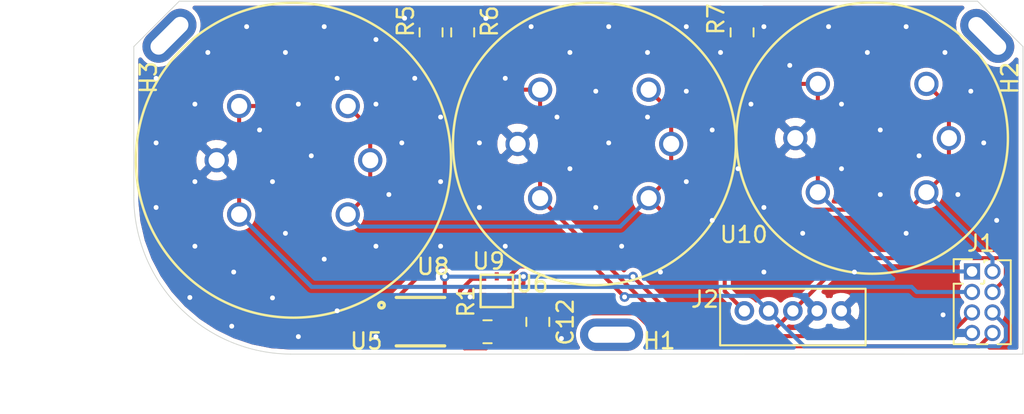
<source format=kicad_pcb>
(kicad_pcb (version 20171130) (host pcbnew 5.1.6)

  (general
    (thickness 1.6)
    (drawings 13)
    (tracks 198)
    (zones 0)
    (modules 15)
    (nets 13)
  )

  (page A4)
  (layers
    (0 F.Cu signal)
    (31 B.Cu signal)
    (32 B.Adhes user)
    (33 F.Adhes user)
    (34 B.Paste user)
    (35 F.Paste user)
    (36 B.SilkS user)
    (37 F.SilkS user)
    (38 B.Mask user)
    (39 F.Mask user)
    (40 Dwgs.User user)
    (41 Cmts.User user)
    (42 Eco1.User user)
    (43 Eco2.User user)
    (44 Edge.Cuts user)
    (45 Margin user)
    (46 B.CrtYd user)
    (47 F.CrtYd user)
    (48 B.Fab user)
    (49 F.Fab user)
  )

  (setup
    (last_trace_width 0.25)
    (trace_clearance 0.2)
    (zone_clearance 0.254)
    (zone_45_only no)
    (trace_min 0.2)
    (via_size 0.6)
    (via_drill 0.3)
    (via_min_size 0.4)
    (via_min_drill 0.3)
    (uvia_size 0.3)
    (uvia_drill 0.1)
    (uvias_allowed no)
    (uvia_min_size 0.2)
    (uvia_min_drill 0.1)
    (edge_width 0.05)
    (segment_width 0.2)
    (pcb_text_width 0.3)
    (pcb_text_size 1.5 1.5)
    (mod_edge_width 0.12)
    (mod_text_size 1 1)
    (mod_text_width 0.15)
    (pad_size 1.524 1.524)
    (pad_drill 0.762)
    (pad_to_mask_clearance 0.051)
    (solder_mask_min_width 0.25)
    (aux_axis_origin 0 0)
    (visible_elements FFFFFF7F)
    (pcbplotparams
      (layerselection 0x010fc_ffffffff)
      (usegerberextensions false)
      (usegerberattributes false)
      (usegerberadvancedattributes false)
      (creategerberjobfile false)
      (excludeedgelayer true)
      (linewidth 0.100000)
      (plotframeref false)
      (viasonmask false)
      (mode 1)
      (useauxorigin false)
      (hpglpennumber 1)
      (hpglpenspeed 20)
      (hpglpendiameter 15.000000)
      (psnegative false)
      (psa4output false)
      (plotreference true)
      (plotvalue true)
      (plotinvisibletext false)
      (padsonsilk false)
      (subtractmaskfromsilk false)
      (outputformat 1)
      (mirror false)
      (drillshape 0)
      (scaleselection 1)
      (outputdirectory "/home/jewe37/Files/KiCad/"))
  )

  (net 0 "")
  (net 1 GND)
  (net 2 +3V3)
  (net 3 SDA)
  (net 4 SCL)
  (net 5 "Net-(U5-Pad7)")
  (net 6 +5V)
  (net 7 CO)
  (net 8 CH4)
  (net 9 "Net-(U6-Pad5)")
  (net 10 "Net-(U6-Pad10)")
  (net 11 O3)
  (net 12 "Net-(R1-Pad1)")

  (net_class Default "This is the default net class."
    (clearance 0.2)
    (trace_width 0.25)
    (via_dia 0.6)
    (via_drill 0.3)
    (uvia_dia 0.3)
    (uvia_drill 0.1)
    (add_net +3V3)
    (add_net +5V)
    (add_net CH4)
    (add_net CO)
    (add_net GND)
    (add_net "Net-(R1-Pad1)")
    (add_net "Net-(U5-Pad7)")
    (add_net "Net-(U6-Pad10)")
    (add_net "Net-(U6-Pad5)")
    (add_net O3)
    (add_net SCL)
    (add_net SDA)
  )

  (module B5B-ZR:B5B-ZR (layer F.Cu) (tedit 5ECCF011) (tstamp 5ECDA410)
    (at 126.7206 90.8304)
    (path /5E2F5CFD)
    (fp_text reference J2 (at -0.9398 0.5842) (layer F.SilkS)
      (effects (font (size 1 1) (thickness 0.15)))
    )
    (fp_text value Conn_01x05_Male (at 3.06 4.73 90) (layer F.Fab) hide
      (effects (font (size 1 1) (thickness 0.015)))
    )
    (fp_line (start 0 -0.07) (end 9 -0.07) (layer F.SilkS) (width 0.127))
    (fp_line (start 9 -0.07) (end 9 3.43) (layer F.SilkS) (width 0.127))
    (fp_line (start 9 3.43) (end 0 3.43) (layer F.SilkS) (width 0.127))
    (fp_line (start 0 3.43) (end 0 -0.07) (layer F.SilkS) (width 0.127))
    (pad 1 thru_hole circle (at 7.5 1.3) (size 1.208 1.208) (drill 0.7) (layers *.Cu *.Mask)
      (net 1 GND))
    (pad 2 thru_hole circle (at 6 1.3) (size 1.208 1.208) (drill 0.7) (layers *.Cu *.Mask)
      (net 1 GND))
    (pad 3 thru_hole circle (at 4.5 1.3) (size 1.208 1.208) (drill 0.7) (layers *.Cu *.Mask)
      (net 4 SCL))
    (pad 4 thru_hole circle (at 3 1.3) (size 1.208 1.208) (drill 0.7) (layers *.Cu *.Mask)
      (net 3 SDA))
    (pad 5 thru_hole circle (at 1.5 1.3) (size 1.208 1.208) (drill 0.7) (layers *.Cu *.Mask)
      (net 6 +5V))
    (model /home/jewe37/Downloads/Models/B5B-ZR-3.4.STEP
      (offset (xyz 4.5 0 0))
      (scale (xyz 1 1 1))
      (rotate (xyz -90 0 180))
    )
  )

  (module Resistor_SMD:R_0805_2012Metric (layer F.Cu) (tedit 5B36C52B) (tstamp 5EAD2913)
    (at 112.3315 93.4212)
    (descr "Resistor SMD 0805 (2012 Metric), square (rectangular) end terminal, IPC_7351 nominal, (Body size source: https://docs.google.com/spreadsheets/d/1BsfQQcO9C6DZCsRaXUlFlo91Tg2WpOkGARC1WS5S8t0/edit?usp=sharing), generated with kicad-footprint-generator")
    (tags resistor)
    (path /5EAFC2FD)
    (attr smd)
    (fp_text reference R1 (at -1.3335 -1.8669 90) (layer F.SilkS)
      (effects (font (size 1 1) (thickness 0.15)))
    )
    (fp_text value 10kΩ (at 0 1.65) (layer F.Fab)
      (effects (font (size 1 1) (thickness 0.15)))
    )
    (fp_line (start 1.68 0.95) (end -1.68 0.95) (layer F.CrtYd) (width 0.05))
    (fp_line (start 1.68 -0.95) (end 1.68 0.95) (layer F.CrtYd) (width 0.05))
    (fp_line (start -1.68 -0.95) (end 1.68 -0.95) (layer F.CrtYd) (width 0.05))
    (fp_line (start -1.68 0.95) (end -1.68 -0.95) (layer F.CrtYd) (width 0.05))
    (fp_line (start -0.258578 0.71) (end 0.258578 0.71) (layer F.SilkS) (width 0.12))
    (fp_line (start -0.258578 -0.71) (end 0.258578 -0.71) (layer F.SilkS) (width 0.12))
    (fp_line (start 1 0.6) (end -1 0.6) (layer F.Fab) (width 0.1))
    (fp_line (start 1 -0.6) (end 1 0.6) (layer F.Fab) (width 0.1))
    (fp_line (start -1 -0.6) (end 1 -0.6) (layer F.Fab) (width 0.1))
    (fp_line (start -1 0.6) (end -1 -0.6) (layer F.Fab) (width 0.1))
    (fp_text user %R (at 0 0) (layer F.Fab)
      (effects (font (size 0.5 0.5) (thickness 0.08)))
    )
    (pad 2 smd roundrect (at 0.9375 0) (size 0.975 1.4) (layers F.Cu F.Paste F.Mask) (roundrect_rratio 0.25)
      (net 2 +3V3))
    (pad 1 smd roundrect (at -0.9375 0) (size 0.975 1.4) (layers F.Cu F.Paste F.Mask) (roundrect_rratio 0.25)
      (net 12 "Net-(R1-Pad1)"))
    (model ${KISYS3DMOD}/Resistor_SMD.3dshapes/R_0805_2012Metric.wrl
      (at (xyz 0 0 0))
      (scale (xyz 1 1 1))
      (rotate (xyz 0 0 0))
    )
  )

  (module Resistor_SMD:R_0805_2012Metric (layer F.Cu) (tedit 5B36C52B) (tstamp 5EAD17AA)
    (at 128.0795 74.8792 90)
    (descr "Resistor SMD 0805 (2012 Metric), square (rectangular) end terminal, IPC_7351 nominal, (Body size source: https://docs.google.com/spreadsheets/d/1BsfQQcO9C6DZCsRaXUlFlo91Tg2WpOkGARC1WS5S8t0/edit?usp=sharing), generated with kicad-footprint-generator")
    (tags resistor)
    (path /5E738137)
    (attr smd)
    (fp_text reference R7 (at 0.8255 -1.6129 90) (layer F.SilkS)
      (effects (font (size 1 1) (thickness 0.15)))
    )
    (fp_text value 10kΩ (at 0 1.65 90) (layer F.Fab) hide
      (effects (font (size 1 1) (thickness 0.15)))
    )
    (fp_line (start 1.68 0.95) (end -1.68 0.95) (layer F.CrtYd) (width 0.05))
    (fp_line (start 1.68 -0.95) (end 1.68 0.95) (layer F.CrtYd) (width 0.05))
    (fp_line (start -1.68 -0.95) (end 1.68 -0.95) (layer F.CrtYd) (width 0.05))
    (fp_line (start -1.68 0.95) (end -1.68 -0.95) (layer F.CrtYd) (width 0.05))
    (fp_line (start -0.258578 0.71) (end 0.258578 0.71) (layer F.SilkS) (width 0.12))
    (fp_line (start -0.258578 -0.71) (end 0.258578 -0.71) (layer F.SilkS) (width 0.12))
    (fp_line (start 1 0.6) (end -1 0.6) (layer F.Fab) (width 0.1))
    (fp_line (start 1 -0.6) (end 1 0.6) (layer F.Fab) (width 0.1))
    (fp_line (start -1 -0.6) (end 1 -0.6) (layer F.Fab) (width 0.1))
    (fp_line (start -1 0.6) (end -1 -0.6) (layer F.Fab) (width 0.1))
    (fp_text user %R (at 0 0 90) (layer F.Fab)
      (effects (font (size 0.5 0.5) (thickness 0.08)))
    )
    (pad 2 smd roundrect (at 0.9375 0 90) (size 0.975 1.4) (layers F.Cu F.Paste F.Mask) (roundrect_rratio 0.25)
      (net 1 GND))
    (pad 1 smd roundrect (at -0.9375 0 90) (size 0.975 1.4) (layers F.Cu F.Paste F.Mask) (roundrect_rratio 0.25)
      (net 11 O3))
    (model ${KISYS3DMOD}/Resistor_SMD.3dshapes/R_0805_2012Metric.wrl
      (at (xyz 0 0 0))
      (scale (xyz 1 1 1))
      (rotate (xyz 0 0 0))
    )
  )

  (module Resistor_SMD:R_0805_2012Metric (layer F.Cu) (tedit 5B36C52B) (tstamp 5EAD1799)
    (at 110.7948 74.8792 90)
    (descr "Resistor SMD 0805 (2012 Metric), square (rectangular) end terminal, IPC_7351 nominal, (Body size source: https://docs.google.com/spreadsheets/d/1BsfQQcO9C6DZCsRaXUlFlo91Tg2WpOkGARC1WS5S8t0/edit?usp=sharing), generated with kicad-footprint-generator")
    (tags resistor)
    (path /5E399819)
    (attr smd)
    (fp_text reference R6 (at 0.6858 1.6637 90) (layer F.SilkS)
      (effects (font (size 1 1) (thickness 0.15)))
    )
    (fp_text value 10kΩ (at 0 1.65 90) (layer F.Fab) hide
      (effects (font (size 1 1) (thickness 0.15)))
    )
    (fp_line (start 1.68 0.95) (end -1.68 0.95) (layer F.CrtYd) (width 0.05))
    (fp_line (start 1.68 -0.95) (end 1.68 0.95) (layer F.CrtYd) (width 0.05))
    (fp_line (start -1.68 -0.95) (end 1.68 -0.95) (layer F.CrtYd) (width 0.05))
    (fp_line (start -1.68 0.95) (end -1.68 -0.95) (layer F.CrtYd) (width 0.05))
    (fp_line (start -0.258578 0.71) (end 0.258578 0.71) (layer F.SilkS) (width 0.12))
    (fp_line (start -0.258578 -0.71) (end 0.258578 -0.71) (layer F.SilkS) (width 0.12))
    (fp_line (start 1 0.6) (end -1 0.6) (layer F.Fab) (width 0.1))
    (fp_line (start 1 -0.6) (end 1 0.6) (layer F.Fab) (width 0.1))
    (fp_line (start -1 -0.6) (end 1 -0.6) (layer F.Fab) (width 0.1))
    (fp_line (start -1 0.6) (end -1 -0.6) (layer F.Fab) (width 0.1))
    (fp_text user %R (at 0 0 90) (layer F.Fab)
      (effects (font (size 0.5 0.5) (thickness 0.08)))
    )
    (pad 2 smd roundrect (at 0.9375 0 90) (size 0.975 1.4) (layers F.Cu F.Paste F.Mask) (roundrect_rratio 0.25)
      (net 1 GND))
    (pad 1 smd roundrect (at -0.9375 0 90) (size 0.975 1.4) (layers F.Cu F.Paste F.Mask) (roundrect_rratio 0.25)
      (net 7 CO))
    (model ${KISYS3DMOD}/Resistor_SMD.3dshapes/R_0805_2012Metric.wrl
      (at (xyz 0 0 0))
      (scale (xyz 1 1 1))
      (rotate (xyz 0 0 0))
    )
  )

  (module Resistor_SMD:R_0805_2012Metric (layer F.Cu) (tedit 5B36C52B) (tstamp 5EAD1788)
    (at 108.839 74.8792 90)
    (descr "Resistor SMD 0805 (2012 Metric), square (rectangular) end terminal, IPC_7351 nominal, (Body size source: https://docs.google.com/spreadsheets/d/1BsfQQcO9C6DZCsRaXUlFlo91Tg2WpOkGARC1WS5S8t0/edit?usp=sharing), generated with kicad-footprint-generator")
    (tags resistor)
    (path /5E3A0817)
    (attr smd)
    (fp_text reference R5 (at 0.6985 -1.5748 90) (layer F.SilkS)
      (effects (font (size 1 1) (thickness 0.15)))
    )
    (fp_text value 10kΩ (at 0 1.65 90) (layer F.Fab) hide
      (effects (font (size 1 1) (thickness 0.15)))
    )
    (fp_line (start 1.68 0.95) (end -1.68 0.95) (layer F.CrtYd) (width 0.05))
    (fp_line (start 1.68 -0.95) (end 1.68 0.95) (layer F.CrtYd) (width 0.05))
    (fp_line (start -1.68 -0.95) (end 1.68 -0.95) (layer F.CrtYd) (width 0.05))
    (fp_line (start -1.68 0.95) (end -1.68 -0.95) (layer F.CrtYd) (width 0.05))
    (fp_line (start -0.258578 0.71) (end 0.258578 0.71) (layer F.SilkS) (width 0.12))
    (fp_line (start -0.258578 -0.71) (end 0.258578 -0.71) (layer F.SilkS) (width 0.12))
    (fp_line (start 1 0.6) (end -1 0.6) (layer F.Fab) (width 0.1))
    (fp_line (start 1 -0.6) (end 1 0.6) (layer F.Fab) (width 0.1))
    (fp_line (start -1 -0.6) (end 1 -0.6) (layer F.Fab) (width 0.1))
    (fp_line (start -1 0.6) (end -1 -0.6) (layer F.Fab) (width 0.1))
    (fp_text user %R (at 0 0 90) (layer F.Fab)
      (effects (font (size 0.5 0.5) (thickness 0.08)))
    )
    (pad 2 smd roundrect (at 0.9375 0 90) (size 0.975 1.4) (layers F.Cu F.Paste F.Mask) (roundrect_rratio 0.25)
      (net 1 GND))
    (pad 1 smd roundrect (at -0.9375 0 90) (size 0.975 1.4) (layers F.Cu F.Paste F.Mask) (roundrect_rratio 0.25)
      (net 8 CH4))
    (model ${KISYS3DMOD}/Resistor_SMD.3dshapes/R_0805_2012Metric.wrl
      (at (xyz 0 0 0))
      (scale (xyz 1 1 1))
      (rotate (xyz 0 0 0))
    )
  )

  (module Capacitor_SMD:C_0805_2012Metric (layer F.Cu) (tedit 5B36C52B) (tstamp 5EAD16B9)
    (at 115.443 92.8116 90)
    (descr "Capacitor SMD 0805 (2012 Metric), square (rectangular) end terminal, IPC_7351 nominal, (Body size source: https://docs.google.com/spreadsheets/d/1BsfQQcO9C6DZCsRaXUlFlo91Tg2WpOkGARC1WS5S8t0/edit?usp=sharing), generated with kicad-footprint-generator")
    (tags capacitor)
    (path /5E337415)
    (attr smd)
    (fp_text reference C12 (at -0.0127 1.7018 90) (layer F.SilkS)
      (effects (font (size 1 1) (thickness 0.15)))
    )
    (fp_text value 0.1µF (at 0 1.65 90) (layer F.Fab) hide
      (effects (font (size 1 1) (thickness 0.15)))
    )
    (fp_line (start 1.68 0.95) (end -1.68 0.95) (layer F.CrtYd) (width 0.05))
    (fp_line (start 1.68 -0.95) (end 1.68 0.95) (layer F.CrtYd) (width 0.05))
    (fp_line (start -1.68 -0.95) (end 1.68 -0.95) (layer F.CrtYd) (width 0.05))
    (fp_line (start -1.68 0.95) (end -1.68 -0.95) (layer F.CrtYd) (width 0.05))
    (fp_line (start -0.258578 0.71) (end 0.258578 0.71) (layer F.SilkS) (width 0.12))
    (fp_line (start -0.258578 -0.71) (end 0.258578 -0.71) (layer F.SilkS) (width 0.12))
    (fp_line (start 1 0.6) (end -1 0.6) (layer F.Fab) (width 0.1))
    (fp_line (start 1 -0.6) (end 1 0.6) (layer F.Fab) (width 0.1))
    (fp_line (start -1 -0.6) (end 1 -0.6) (layer F.Fab) (width 0.1))
    (fp_line (start -1 0.6) (end -1 -0.6) (layer F.Fab) (width 0.1))
    (fp_text user %R (at 0 0 90) (layer F.Fab)
      (effects (font (size 0.5 0.5) (thickness 0.08)))
    )
    (pad 2 smd roundrect (at 0.9375 0 90) (size 0.975 1.4) (layers F.Cu F.Paste F.Mask) (roundrect_rratio 0.25)
      (net 2 +3V3))
    (pad 1 smd roundrect (at -0.9375 0 90) (size 0.975 1.4) (layers F.Cu F.Paste F.Mask) (roundrect_rratio 0.25)
      (net 1 GND))
    (model ${KISYS3DMOD}/Capacitor_SMD.3dshapes/C_0805_2012Metric.wrl
      (at (xyz 0 0 0))
      (scale (xyz 1 1 1))
      (rotate (xyz 0 0 0))
    )
  )

  (module Sensor:mq-4 (layer F.Cu) (tedit 5E712547) (tstamp 5E7175CB)
    (at 100.32492 82.79892 180)
    (path /5E733157)
    (solder_mask_margin 0.05)
    (clearance 0.2)
    (fp_text reference U8 (at -8.64108 -6.58876 180) (layer F.SilkS)
      (effects (font (size 1 1) (thickness 0.15)))
    )
    (fp_text value MQ-4 (at 0.45 -0.5 180) (layer F.Fab) hide
      (effects (font (size 1 1) (thickness 0.15)))
    )
    (fp_circle (center 0 0) (end 9.75 0) (layer F.SilkS) (width 0.15))
    (fp_circle (center 0 0) (end 9.75 0) (layer F.Fab) (width 0.15))
    (fp_text user U8 (at -8.64108 -6.58876 180) (layer F.SilkS)
      (effects (font (size 1 1) (thickness 0.15)))
    )
    (fp_text user U8 (at 0.14732 -0.03556 180) (layer F.Fab)
      (effects (font (size 1 1) (thickness 0.15)))
    )
    (pad 3 thru_hole circle (at -3.358757 3.358757 180) (size 1.5 1.5) (drill 1) (layers *.Cu *.Mask)
      (net 6 +5V))
    (pad 4 thru_hole circle (at 3.358757 3.358757 180) (size 1.5 1.5) (drill 1) (layers *.Cu *.Mask)
      (net 8 CH4))
    (pad 6 thru_hole circle (at 3.358757 -3.358757 180) (size 1.5 1.5) (drill 1) (layers *.Cu *.Mask)
      (net 8 CH4))
    (pad 1 thru_hole circle (at -3.358757 -3.358757 180) (size 1.5 1.5) (drill 1) (layers *.Cu *.Mask)
      (net 6 +5V))
    (pad 2 thru_hole circle (at -4.75 0 180) (size 1.5 1.5) (drill 1) (layers *.Cu *.Mask)
      (net 6 +5V))
    (pad 5 thru_hole circle (at 4.75 0 180) (size 1.5 1.5) (drill 1) (layers *.Cu *.Mask)
      (net 1 GND))
    (model /home/jewe37/Downloads/Models/MQ_GasSensor.wrl
      (at (xyz 0 0 0))
      (scale (xyz 0.4 0.4 0.4))
      (rotate (xyz 0 180 90))
    )
  )

  (module Sensor:mq-131 (layer F.Cu) (tedit 5E71183A) (tstamp 5E7171A4)
    (at 136.12368 81.42732 180)
    (path /5E713F2B)
    (solder_mask_margin 0.05)
    (clearance 0.2)
    (fp_text reference U10 (at 7.94004 -5.97916 180) (layer F.SilkS)
      (effects (font (size 1 1) (thickness 0.15)))
    )
    (fp_text value MQ-131 (at 0.45 -0.5) (layer F.Fab) hide
      (effects (font (size 1 1) (thickness 0.15)))
    )
    (fp_circle (center 0 0) (end 8.4 0) (layer F.SilkS) (width 0.15))
    (fp_circle (center 0 0) (end 8.4 0) (layer F.Fab) (width 0.15))
    (fp_text user U10 (at 0.2032 0.14732) (layer F.Fab)
      (effects (font (size 1 1) (thickness 0.15)))
    )
    (pad 3 thru_hole circle (at -3.358757 3.358757 180) (size 1.5 1.5) (drill 1) (layers *.Cu *.Mask)
      (net 6 +5V))
    (pad 4 thru_hole circle (at 3.358757 3.358757 180) (size 1.5 1.5) (drill 1) (layers *.Cu *.Mask)
      (net 11 O3))
    (pad 6 thru_hole circle (at 3.358757 -3.358757 180) (size 1.5 1.5) (drill 1) (layers *.Cu *.Mask)
      (net 11 O3))
    (pad 1 thru_hole circle (at -3.358757 -3.358757 180) (size 1.5 1.5) (drill 1) (layers *.Cu *.Mask)
      (net 6 +5V))
    (pad 2 thru_hole circle (at -4.75 0 180) (size 1.5 1.5) (drill 1) (layers *.Cu *.Mask)
      (net 6 +5V))
    (pad 5 thru_hole circle (at 4.75 0 180) (size 1.5 1.5) (drill 1) (layers *.Cu *.Mask)
      (net 1 GND))
    (model /home/jewe37/Downloads/Models/mq-7.stp
      (at (xyz 0 0 0))
      (scale (xyz 1 1 1))
      (rotate (xyz -90 0 0))
    )
  )

  (module Sensor:mq-7 (layer F.Cu) (tedit 5E4D86FF) (tstamp 5E2CF3D4)
    (at 118.94312 81.788 180)
    (path /5DEFFB31)
    (solder_mask_margin 0.05)
    (clearance 0.2)
    (fp_text reference U9 (at 6.54304 -7.2644) (layer F.SilkS)
      (effects (font (size 1 1) (thickness 0.15)))
    )
    (fp_text value MQ-7 (at 0.45 -0.5) (layer F.Fab) hide
      (effects (font (size 1 1) (thickness 0.15)))
    )
    (fp_circle (center 0 0) (end -8.75 0) (layer F.SilkS) (width 0.15))
    (fp_circle (center 0 0) (end 8.75 0) (layer F.Fab) (width 0.15))
    (fp_text user U9 (at 0.3556 -0.0682) (layer F.Fab)
      (effects (font (size 1 1) (thickness 0.15)))
    )
    (pad 3 thru_hole circle (at -3.358757 3.358757 180) (size 1.5 1.5) (drill 1) (layers *.Cu *.Mask)
      (net 6 +5V))
    (pad 4 thru_hole circle (at 3.358757 3.358757 180) (size 1.5 1.5) (drill 1) (layers *.Cu *.Mask)
      (net 7 CO))
    (pad 6 thru_hole circle (at 3.358757 -3.358757 180) (size 1.5 1.5) (drill 1) (layers *.Cu *.Mask)
      (net 7 CO))
    (pad 1 thru_hole circle (at -3.358757 -3.358757 180) (size 1.5 1.5) (drill 1) (layers *.Cu *.Mask)
      (net 6 +5V))
    (pad 2 thru_hole circle (at -4.75 0 180) (size 1.5 1.5) (drill 1) (layers *.Cu *.Mask)
      (net 6 +5V))
    (pad 5 thru_hole circle (at 4.75 0 180) (size 1.5 1.5) (drill 1) (layers *.Cu *.Mask)
      (net 1 GND))
    (model /home/jewe37/Downloads/Models/mq-7.stp
      (at (xyz 0 0 0))
      (scale (xyz 1 1 1))
      (rotate (xyz 90 180 0))
    )
  )

  (module MountingHole:MountingSlot_2.7x1mm (layer F.Cu) (tedit 5E4D86AD) (tstamp 5E499DA1)
    (at 143.24584 75.09764 45)
    (path /5E59F509)
    (fp_text reference H2 (at -0.862105 2.837761 90) (layer F.SilkS)
      (effects (font (size 1 1) (thickness 0.15)))
    )
    (fp_text value MountingHole (at -3.897431 -0.089803 45) (layer F.Fab) hide
      (effects (font (size 1 1) (thickness 0.15)))
    )
    (fp_line (start -1 1.95) (end -1 -1.95) (layer Dwgs.User) (width 0.15))
    (fp_line (start 1 1.95) (end -1 1.95) (layer Dwgs.User) (width 0.15))
    (fp_line (start 1 -1.95) (end 1 1.95) (layer Dwgs.User) (width 0.15))
    (fp_line (start -1 -1.95) (end 1 -1.95) (layer Dwgs.User) (width 0.15))
    (fp_text user H2 (at -0.0762 0.1016 -45) (layer F.Fab)
      (effects (font (size 1 1) (thickness 0.15)))
    )
    (pad "" np_thru_hole oval (at 0 0 45) (size 2 3.9) (drill oval 1 2.9) (layers *.Cu *.Mask))
  )

  (module MountingHole:MountingSlot_2.7x1mm (layer F.Cu) (tedit 5E4D869A) (tstamp 5E499DAA)
    (at 92.65412 75.08748 135)
    (path /5E5A029C)
    (fp_text reference H3 (at -0.915986 -2.747958 90) (layer F.SilkS)
      (effects (font (size 1 1) (thickness 0.15)))
    )
    (fp_text value MountingHole (at -3.879471 -0.251447 135) (layer F.Fab) hide
      (effects (font (size 1 1) (thickness 0.15)))
    )
    (fp_line (start -1 1.95) (end -1 -1.95) (layer Dwgs.User) (width 0.15))
    (fp_line (start 1 1.95) (end -1 1.95) (layer Dwgs.User) (width 0.15))
    (fp_line (start 1 -1.95) (end 1 1.95) (layer Dwgs.User) (width 0.15))
    (fp_line (start -1 -1.95) (end 1 -1.95) (layer Dwgs.User) (width 0.15))
    (fp_text user H3 (at -0.1778 0.2032 225) (layer F.Fab)
      (effects (font (size 1 1) (thickness 0.15)))
    )
    (pad "" np_thru_hole oval (at 0 0 135) (size 2 3.9) (drill oval 1 2.9) (layers *.Cu *.Mask))
  )

  (module MountingHole:MountingSlot_2.7x1mm (layer F.Cu) (tedit 5E4D866D) (tstamp 5E499D98)
    (at 120.00484 93.60408 90)
    (path /5E58FA44)
    (fp_text reference H1 (at -0.381 2.9464 180) (layer F.SilkS)
      (effects (font (size 1 1) (thickness 0.15)))
    )
    (fp_text value MountingHole (at 3.8354 0.0508 90) (layer F.Fab) hide
      (effects (font (size 1 1) (thickness 0.15)))
    )
    (fp_line (start -1 1.95) (end -1 -1.95) (layer Dwgs.User) (width 0.15))
    (fp_line (start 1 1.95) (end -1 1.95) (layer Dwgs.User) (width 0.15))
    (fp_line (start 1 -1.95) (end 1 1.95) (layer Dwgs.User) (width 0.15))
    (fp_line (start -1 -1.95) (end 1 -1.95) (layer Dwgs.User) (width 0.15))
    (fp_text user H1 (at 0.0254 0.1524 180) (layer F.Fab)
      (effects (font (size 1 1) (thickness 0.15)))
    )
    (pad "" np_thru_hole oval (at 0 0 90) (size 2 3.9) (drill oval 1 2.9) (layers *.Cu *.Mask))
  )

  (module SHT21:SON100P300X300X110-7N (layer F.Cu) (tedit 5E4D8633) (tstamp 5E2CF3A8)
    (at 108.18368 92.79636)
    (path /5DEBB4AF)
    (attr smd)
    (fp_text reference U5 (at -3.34772 1.20904) (layer F.SilkS)
      (effects (font (size 1.00046 1.00046) (thickness 0.15)))
    )
    (fp_text value SHT21 (at -0.254 -2.794) (layer F.SilkS) hide
      (effects (font (size 1.00161 1.00161) (thickness 0.15)))
    )
    (fp_circle (center -2.41 -1.02) (end -2.23507 -1.02) (layer F.SilkS) (width 0.2))
    (fp_poly (pts (xy -0.450436 -0.85) (xy 0.45 -0.85) (xy 0.45 0.850823) (xy -0.450436 0.850823)) (layer F.Paste) (width 0))
    (fp_line (start -1.5 1.5) (end -1.5 -1.5) (layer Eco2.User) (width 0.2))
    (fp_line (start 1.5 1.5) (end -1.5 1.5) (layer F.SilkS) (width 0.2))
    (fp_line (start 1.5 -1.5) (end 1.5 1.5) (layer Eco2.User) (width 0.2))
    (fp_line (start -1.5 -1.5) (end 1.5 -1.5) (layer F.SilkS) (width 0.2))
    (fp_line (start -2.15 1.8) (end -2.15 -1.8) (layer Eco1.User) (width 0.05))
    (fp_line (start 2.15 1.8) (end -2.15 1.8) (layer Eco1.User) (width 0.05))
    (fp_line (start 2.15 -1.8) (end 2.15 1.8) (layer Eco1.User) (width 0.05))
    (fp_line (start -2.15 -1.8) (end 2.15 -1.8) (layer Eco1.User) (width 0.05))
    (fp_text user U5 (at -0.1524 -0.04621) (layer F.Fab)
      (effects (font (size 0.75 0.75) (thickness 0.15)))
    )
    (pad 7 smd rect (at 0 0) (size 1.6 2.4) (layers F.Cu F.Paste F.Mask)
      (net 5 "Net-(U5-Pad7)"))
    (pad 6 smd rect (at 1.45 -1 180) (size 0.85 0.45) (layers F.Cu F.Paste F.Mask)
      (net 4 SCL))
    (pad 5 smd rect (at 1.45 0 180) (size 0.85 0.45) (layers F.Cu F.Paste F.Mask)
      (net 2 +3V3))
    (pad 4 smd rect (at 1.45 1 180) (size 0.85 0.45) (layers F.Cu F.Paste F.Mask))
    (pad 3 smd rect (at -1.45 1) (size 0.85 0.45) (layers F.Cu F.Paste F.Mask))
    (pad 2 smd rect (at -1.45 0) (size 0.85 0.45) (layers F.Cu F.Paste F.Mask)
      (net 1 GND))
    (pad 1 smd rect (at -1.45 -1) (size 0.85 0.45) (layers F.Cu F.Paste F.Mask)
      (net 3 SDA))
    (model /home/jewe37/Downloads/Models/SHT21/3D/SHT21.stp
      (at (xyz 0 0 0))
      (scale (xyz 1 1 1))
      (rotate (xyz 0 0 0))
    )
  )

  (module Sensor:si1132 (layer F.Cu) (tedit 5E4D861D) (tstamp 5E2CF3BE)
    (at 112.903 90.8939)
    (path /5DEFE8EE)
    (solder_mask_margin 0.05)
    (clearance 0.2)
    (attr smd)
    (fp_text reference U6 (at 2.1844 -0.4318) (layer F.SilkS)
      (effects (font (size 1 1) (thickness 0.15)))
    )
    (fp_text value SI1133-AA00-GM (at 0.05 -1.8) (layer F.Fab) hide
      (effects (font (size 1 1) (thickness 0.15)))
    )
    (fp_line (start 1.3208 -1.27) (end -1.3208 -1.27) (layer F.CrtYd) (width 0.05))
    (fp_line (start 1.3208 1.27) (end 1.3208 -1.27) (layer F.CrtYd) (width 0.05))
    (fp_line (start -1.3208 1.27) (end 1.3208 1.27) (layer F.CrtYd) (width 0.05))
    (fp_line (start -1.3208 -1.27) (end -1.3208 1.27) (layer F.CrtYd) (width 0.05))
    (fp_line (start -1 1) (end -1 -1) (layer F.SilkS) (width 0.15))
    (fp_line (start 1 1) (end -1 1) (layer F.SilkS) (width 0.15))
    (fp_line (start 1 -1) (end 1 1) (layer F.SilkS) (width 0.15))
    (fp_line (start -1 -1) (end 1 -1) (layer F.SilkS) (width 0.15))
    (fp_text user U6 (at 0 0) (layer F.Fab)
      (effects (font (size 0.75 0.75) (thickness 0.15)))
    )
    (pad 10 smd rect (at 0 -0.9 90) (size 0.5 0.25) (layers F.Cu F.Paste F.Mask)
      (net 10 "Net-(U6-Pad10)"))
    (pad 5 smd rect (at 0 0.9 90) (size 0.5 0.25) (layers F.Cu F.Paste F.Mask)
      (net 9 "Net-(U6-Pad5)"))
    (pad 1 smd rect (at 0.9 -0.75) (size 0.5 0.25) (layers F.Cu F.Paste F.Mask)
      (net 3 SDA))
    (pad 3 smd rect (at 0.9 0.25) (size 0.5 0.25) (layers F.Cu F.Paste F.Mask)
      (net 2 +3V3))
    (pad 4 smd rect (at 0.9 0.75) (size 0.5 0.25) (layers F.Cu F.Paste F.Mask)
      (net 12 "Net-(R1-Pad1)"))
    (pad 2 smd rect (at 0.9 -0.25) (size 0.5 0.25) (layers F.Cu F.Paste F.Mask)
      (net 4 SCL))
    (pad 7 smd rect (at -0.9 0.25) (size 0.5 0.25) (layers F.Cu F.Paste F.Mask)
      (net 12 "Net-(R1-Pad1)"))
    (pad 6 smd rect (at -0.9 0.75) (size 0.5 0.25) (layers F.Cu F.Paste F.Mask)
      (net 12 "Net-(R1-Pad1)"))
    (pad 8 smd rect (at -0.9 -0.25) (size 0.5 0.25) (layers F.Cu F.Paste F.Mask)
      (net 1 GND))
    (pad 9 smd rect (at -0.9 -0.75) (size 0.5 0.25) (layers F.Cu F.Paste F.Mask)
      (net 12 "Net-(R1-Pad1)"))
    (model /home/jewe37/Downloads/Models/2020-02-12_22-12-50/STEP/QFN10_2X2.step
      (at (xyz 0 0 0))
      (scale (xyz 1 1 1))
      (rotate (xyz 0 0 0))
    )
  )

  (module Connector_PinHeader_1.27mm:PinHeader_2x04_P1.27mm_Vertical (layer F.Cu) (tedit 59FED6E3) (tstamp 5E2CF34E)
    (at 142.30096 89.6874)
    (descr "Through hole straight pin header, 2x04, 1.27mm pitch, double rows")
    (tags "Through hole pin header THT 2x04 1.27mm double row")
    (path /5E093D93)
    (fp_text reference J1 (at 0.55372 -1.74244) (layer F.SilkS)
      (effects (font (size 1 1) (thickness 0.15)))
    )
    (fp_text value Conn_01x08_Female (at -4.826 3.4798) (layer F.Fab) hide
      (effects (font (size 1 1) (thickness 0.15)))
    )
    (fp_line (start 2.85 -1.15) (end -1.6 -1.15) (layer F.CrtYd) (width 0.05))
    (fp_line (start 2.85 4.95) (end 2.85 -1.15) (layer F.CrtYd) (width 0.05))
    (fp_line (start -1.6 4.95) (end 2.85 4.95) (layer F.CrtYd) (width 0.05))
    (fp_line (start -1.6 -1.15) (end -1.6 4.95) (layer F.CrtYd) (width 0.05))
    (fp_line (start -1.13 -0.76) (end 0 -0.76) (layer F.SilkS) (width 0.12))
    (fp_line (start -1.13 0) (end -1.13 -0.76) (layer F.SilkS) (width 0.12))
    (fp_line (start 1.57753 -0.695) (end 2.4 -0.695) (layer F.SilkS) (width 0.12))
    (fp_line (start 0.76 -0.695) (end 0.96247 -0.695) (layer F.SilkS) (width 0.12))
    (fp_line (start 0.76 -0.563471) (end 0.76 -0.695) (layer F.SilkS) (width 0.12))
    (fp_line (start 0.76 0.706529) (end 0.76 0.563471) (layer F.SilkS) (width 0.12))
    (fp_line (start 0.563471 0.76) (end 0.706529 0.76) (layer F.SilkS) (width 0.12))
    (fp_line (start -1.13 0.76) (end -0.563471 0.76) (layer F.SilkS) (width 0.12))
    (fp_line (start 2.4 -0.695) (end 2.4 4.505) (layer F.SilkS) (width 0.12))
    (fp_line (start -1.13 0.76) (end -1.13 4.505) (layer F.SilkS) (width 0.12))
    (fp_line (start 0.30753 4.505) (end 0.96247 4.505) (layer F.SilkS) (width 0.12))
    (fp_line (start 1.57753 4.505) (end 2.4 4.505) (layer F.SilkS) (width 0.12))
    (fp_line (start -1.13 4.505) (end -0.30753 4.505) (layer F.SilkS) (width 0.12))
    (fp_line (start -1.07 0.2175) (end -0.2175 -0.635) (layer F.Fab) (width 0.1))
    (fp_line (start -1.07 4.445) (end -1.07 0.2175) (layer F.Fab) (width 0.1))
    (fp_line (start 2.34 4.445) (end -1.07 4.445) (layer F.Fab) (width 0.1))
    (fp_line (start 2.34 -0.635) (end 2.34 4.445) (layer F.Fab) (width 0.1))
    (fp_line (start -0.2175 -0.635) (end 2.34 -0.635) (layer F.Fab) (width 0.1))
    (fp_text user %R (at 0.635 1.905 90) (layer F.Fab)
      (effects (font (size 1 1) (thickness 0.15)))
    )
    (pad 8 thru_hole oval (at 1.27 3.81) (size 1 1) (drill 0.65) (layers *.Cu *.Mask)
      (net 2 +3V3))
    (pad 7 thru_hole oval (at 0 3.81) (size 1 1) (drill 0.65) (layers *.Cu *.Mask)
      (net 1 GND))
    (pad 6 thru_hole oval (at 1.27 2.54) (size 1 1) (drill 0.65) (layers *.Cu *.Mask)
      (net 3 SDA))
    (pad 5 thru_hole oval (at 0 2.54) (size 1 1) (drill 0.65) (layers *.Cu *.Mask)
      (net 7 CO))
    (pad 4 thru_hole oval (at 1.27 1.27) (size 1 1) (drill 0.65) (layers *.Cu *.Mask)
      (net 4 SCL))
    (pad 3 thru_hole oval (at 0 1.27) (size 1 1) (drill 0.65) (layers *.Cu *.Mask)
      (net 8 CH4))
    (pad 2 thru_hole oval (at 1.27 0) (size 1 1) (drill 0.65) (layers *.Cu *.Mask)
      (net 6 +5V))
    (pad 1 thru_hole rect (at 0 0) (size 1 1) (drill 0.65) (layers *.Cu *.Mask)
      (net 11 O3))
    (model ${KISYS3DMOD}/Connector_PinHeader_1.27mm.3dshapes/PinHeader_2x04_P1.27mm_Vertical.wrl
      (at (xyz 0 0 0))
      (scale (xyz 1 1 1))
      (rotate (xyz 0 0 0))
    )
  )

  (gr_arc (start 100.210621 85.044281) (end 90.449402 84.98586) (angle -90) (layer Edge.Cuts) (width 0.05))
  (gr_line (start 145.45564 75.75804) (end 142.6464 72.9488) (layer Edge.Cuts) (width 0.05))
  (gr_line (start 93.25864 72.9488) (end 90.4494 75.75804) (layer Edge.Cuts) (width 0.05) (tstamp 5E73651F))
  (gr_circle (center 141.58468 89.02192) (end 141.56436 89.09304) (layer F.Fab) (width 0.15))
  (gr_circle (center 124.98832 90.75928) (end 124.98832 90.83548) (layer F.Fab) (width 0.15))
  (dimension 55.00116 (width 0.15) (layer Dwgs.User)
    (gr_text "55,001 mm" (at 117.94998 99.15604) (layer Dwgs.User)
      (effects (font (size 1 1) (thickness 0.15)))
    )
    (feature1 (pts (xy 145.45056 94.80804) (xy 145.45056 98.442461)))
    (feature2 (pts (xy 90.4494 94.80804) (xy 90.4494 98.442461)))
    (crossbar (pts (xy 90.4494 97.85604) (xy 145.45056 97.85604)))
    (arrow1a (pts (xy 145.45056 97.85604) (xy 144.324056 98.442461)))
    (arrow1b (pts (xy 145.45056 97.85604) (xy 144.324056 97.269619)))
    (arrow2a (pts (xy 90.4494 97.85604) (xy 91.575904 98.442461)))
    (arrow2b (pts (xy 90.4494 97.85604) (xy 91.575904 97.269619)))
  )
  (dimension 21.85924 (width 0.15) (layer Dwgs.User)
    (gr_text "21,859 mm" (at 85.83724 83.87842 270) (layer Dwgs.User)
      (effects (font (size 1 1) (thickness 0.15)))
    )
    (feature1 (pts (xy 90.4494 94.80804) (xy 86.550819 94.80804)))
    (feature2 (pts (xy 90.4494 72.9488) (xy 86.550819 72.9488)))
    (crossbar (pts (xy 87.13724 72.9488) (xy 87.13724 94.80804)))
    (arrow1a (pts (xy 87.13724 94.80804) (xy 86.550819 93.681536)))
    (arrow1b (pts (xy 87.13724 94.80804) (xy 87.723661 93.681536)))
    (arrow2a (pts (xy 87.13724 72.9488) (xy 86.550819 74.075304)))
    (arrow2b (pts (xy 87.13724 72.9488) (xy 87.723661 74.075304)))
  )
  (gr_line (start 145.45056 94.80804) (end 145.45564 75.75804) (layer Edge.Cuts) (width 0.05))
  (gr_line (start 100.1522 94.8055) (end 145.45056 94.80804) (layer Edge.Cuts) (width 0.05))
  (gr_line (start 90.4494 75.75804) (end 90.449402 84.98586) (layer Edge.Cuts) (width 0.05))
  (gr_line (start 142.6464 72.9488) (end 93.25864 72.9488) (layer Edge.Cuts) (width 0.05))
  (gr_circle (center 113.7412 90.1446) (end 113.71072 90.10904) (layer F.CrtYd) (width 0.15) (tstamp 5E4DDE9B))
  (gr_circle (center 105.78084 91.75496) (end 105.8418 91.76512) (layer F.CrtYd) (width 0.15))

  (via (at 91.828907 77.723799) (size 0.6) (drill 0.3) (layers F.Cu B.Cu) (net 1) (tstamp 21))
  (via (at 91.828907 81.723799) (size 0.6) (drill 0.3) (layers F.Cu B.Cu) (net 1) (tstamp 21))
  (via (at 91.828907 85.723799) (size 0.6) (drill 0.3) (layers F.Cu B.Cu) (net 1) (tstamp 21))
  (via (at 94.228907 79.323799) (size 0.6) (drill 0.3) (layers F.Cu B.Cu) (net 1) (tstamp 21))
  (via (at 94.228907 84.123799) (size 0.6) (drill 0.3) (layers F.Cu B.Cu) (net 1) (tstamp 21))
  (via (at 94.228907 88.123799) (size 0.6) (drill 0.3) (layers F.Cu B.Cu) (net 1) (tstamp 21))
  (via (at 93.9165 91.3003) (size 0.6) (drill 0.3) (layers F.Cu B.Cu) (net 1) (tstamp 21))
  (via (at 95.028907 76.123799) (size 0.6) (drill 0.3) (layers F.Cu B.Cu) (net 1) (tstamp 21))
  (via (at 96.628907 89.723799) (size 0.6) (drill 0.3) (layers F.Cu B.Cu) (net 1) (tstamp 21))
  (via (at 96.5073 93.0783) (size 0.6) (drill 0.3) (layers F.Cu B.Cu) (net 1) (tstamp 21))
  (via (at 97.428907 74.523799) (size 0.6) (drill 0.3) (layers F.Cu B.Cu) (net 1) (tstamp 21))
  (via (at 98.228907 80.923799) (size 0.6) (drill 0.3) (layers F.Cu B.Cu) (net 1) (tstamp 21))
  (via (at 99.028907 84.123799) (size 0.6) (drill 0.3) (layers F.Cu B.Cu) (net 1) (tstamp 21))
  (via (at 99.028907 91.323799) (size 0.6) (drill 0.3) (layers F.Cu B.Cu) (net 1) (tstamp 21))
  (via (at 99.828907 76.123799) (size 0.6) (drill 0.3) (layers F.Cu B.Cu) (net 1) (tstamp 21))
  (via (at 99.828907 87.323799) (size 0.6) (drill 0.3) (layers F.Cu B.Cu) (net 1) (tstamp 21))
  (via (at 100.628907 79.323799) (size 0.6) (drill 0.3) (layers F.Cu B.Cu) (net 1) (tstamp 21))
  (via (at 100.628907 93.723799) (size 0.6) (drill 0.3) (layers F.Cu B.Cu) (net 1) (tstamp 21))
  (via (at 101.428907 82.523799) (size 0.6) (drill 0.3) (layers F.Cu B.Cu) (net 1) (tstamp 21))
  (via (at 102.228907 74.523799) (size 0.6) (drill 0.3) (layers F.Cu B.Cu) (net 1) (tstamp 21))
  (via (at 102.228907 88.923799) (size 0.6) (drill 0.3) (layers F.Cu B.Cu) (net 1) (tstamp 21))
  (via (at 103.028907 77.723799) (size 0.6) (drill 0.3) (layers F.Cu B.Cu) (net 1) (tstamp 21))
  (via (at 103.028907 92.123799) (size 0.6) (drill 0.3) (layers F.Cu B.Cu) (net 1) (tstamp 21))
  (via (at 105.428907 75.323799) (size 0.6) (drill 0.3) (layers F.Cu B.Cu) (net 1) (tstamp 21))
  (via (at 105.428907 79.323799) (size 0.6) (drill 0.3) (layers F.Cu B.Cu) (net 1) (tstamp 21))
  (via (at 105.428907 88.123799) (size 0.6) (drill 0.3) (layers F.Cu B.Cu) (net 1) (tstamp 21))
  (via (at 105.428907 93.723799) (size 0.6) (drill 0.3) (layers F.Cu B.Cu) (net 1) (tstamp 21))
  (via (at 106.228907 84.923799) (size 0.6) (drill 0.3) (layers F.Cu B.Cu) (net 1) (tstamp 21))
  (via (at 107.028907 81.723799) (size 0.6) (drill 0.3) (layers F.Cu B.Cu) (net 1) (tstamp 21))
  (via (at 107.828907 77.723799) (size 0.6) (drill 0.3) (layers F.Cu B.Cu) (net 1) (tstamp 21))
  (via (at 109.428907 80.123799) (size 0.6) (drill 0.3) (layers F.Cu B.Cu) (net 1) (tstamp 21))
  (via (at 109.428907 84.123799) (size 0.6) (drill 0.3) (layers F.Cu B.Cu) (net 1) (tstamp 21))
  (via (at 109.428907 88.123799) (size 0.6) (drill 0.3) (layers F.Cu B.Cu) (net 1) (tstamp 21))
  (via (at 111.828907 81.723799) (size 0.6) (drill 0.3) (layers F.Cu B.Cu) (net 1) (tstamp 21))
  (via (at 111.828907 85.723799) (size 0.6) (drill 0.3) (layers F.Cu B.Cu) (net 1) (tstamp 21))
  (via (at 113.428907 77.723799) (size 0.6) (drill 0.3) (layers F.Cu B.Cu) (net 1) (tstamp 21))
  (via (at 113.428907 88.123799) (size 0.6) (drill 0.3) (layers F.Cu B.Cu) (net 1) (tstamp 21))
  (via (at 115.028907 74.523799) (size 0.6) (drill 0.3) (layers F.Cu B.Cu) (net 1) (tstamp 21))
  (via (at 116.628907 80.123799) (size 0.6) (drill 0.3) (layers F.Cu B.Cu) (net 1) (tstamp 21))
  (via (at 117.428907 76.123799) (size 0.6) (drill 0.3) (layers F.Cu B.Cu) (net 1) (tstamp 21))
  (via (at 117.428907 83.323799) (size 0.6) (drill 0.3) (layers F.Cu B.Cu) (net 1) (tstamp 21))
  (via (at 119.028907 78.523799) (size 0.6) (drill 0.3) (layers F.Cu B.Cu) (net 1) (tstamp 21))
  (via (at 119.028907 85.723799) (size 0.6) (drill 0.3) (layers F.Cu B.Cu) (net 1) (tstamp 21))
  (via (at 119.828907 74.523799) (size 0.6) (drill 0.3) (layers F.Cu B.Cu) (net 1) (tstamp 21))
  (via (at 119.828907 81.723799) (size 0.6) (drill 0.3) (layers F.Cu B.Cu) (net 1) (tstamp 21))
  (via (at 120.628907 88.123799) (size 0.6) (drill 0.3) (layers F.Cu B.Cu) (net 1) (tstamp 21))
  (via (at 122.228907 76.123799) (size 0.6) (drill 0.3) (layers F.Cu B.Cu) (net 1) (tstamp 21))
  (via (at 122.228907 80.123799) (size 0.6) (drill 0.3) (layers F.Cu B.Cu) (net 1) (tstamp 21))
  (via (at 123.028907 89.723799) (size 0.6) (drill 0.3) (layers F.Cu B.Cu) (net 1) (tstamp 21))
  (via (at 124.628907 74.523799) (size 0.6) (drill 0.3) (layers F.Cu B.Cu) (net 1) (tstamp 21))
  (via (at 124.628907 78.523799) (size 0.6) (drill 0.3) (layers F.Cu B.Cu) (net 1) (tstamp 21))
  (via (at 124.628907 84.123799) (size 0.6) (drill 0.3) (layers F.Cu B.Cu) (net 1) (tstamp 21))
  (via (at 126.228907 80.923799) (size 0.6) (drill 0.3) (layers F.Cu B.Cu) (net 1) (tstamp 21))
  (via (at 126.228907 86.523799) (size 0.6) (drill 0.3) (layers F.Cu B.Cu) (net 1) (tstamp 21))
  (via (at 126.746 76.123799) (size 0.6) (drill 0.3) (layers F.Cu B.Cu) (net 1) (tstamp 21))
  (via (at 127.828907 83.323799) (size 0.6) (drill 0.3) (layers F.Cu B.Cu) (net 1) (tstamp 21))
  (via (at 128.628907 79.323799) (size 0.6) (drill 0.3) (layers F.Cu B.Cu) (net 1) (tstamp 21))
  (via (at 129.428907 74.523799) (size 0.6) (drill 0.3) (layers F.Cu B.Cu) (net 1) (tstamp 21))
  (via (at 129.428907 85.723799) (size 0.6) (drill 0.3) (layers F.Cu B.Cu) (net 1) (tstamp 21))
  (via (at 129.428907 89.723799) (size 0.6) (drill 0.3) (layers F.Cu B.Cu) (net 1) (tstamp 21))
  (via (at 131.028907 76.923799) (size 0.6) (drill 0.3) (layers F.Cu B.Cu) (net 1) (tstamp 21))
  (via (at 131.828907 87.323799) (size 0.6) (drill 0.3) (layers F.Cu B.Cu) (net 1) (tstamp 21))
  (via (at 133.428907 74.523799) (size 0.6) (drill 0.3) (layers F.Cu B.Cu) (net 1) (tstamp 21))
  (via (at 134.228907 79.323799) (size 0.6) (drill 0.3) (layers F.Cu B.Cu) (net 1) (tstamp 21))
  (via (at 134.228907 83.323799) (size 0.6) (drill 0.3) (layers F.Cu B.Cu) (net 1) (tstamp 21))
  (via (at 135.028907 89.723799) (size 0.6) (drill 0.3) (layers F.Cu B.Cu) (net 1) (tstamp 21))
  (via (at 135.828907 76.123799) (size 0.6) (drill 0.3) (layers F.Cu B.Cu) (net 1) (tstamp 21))
  (via (at 136.628907 80.923799) (size 0.6) (drill 0.3) (layers F.Cu B.Cu) (net 1) (tstamp 21))
  (via (at 136.628907 84.923799) (size 0.6) (drill 0.3) (layers F.Cu B.Cu) (net 1) (tstamp 21))
  (via (at 138.228907 74.523799) (size 0.6) (drill 0.3) (layers F.Cu B.Cu) (net 1) (tstamp 21))
  (via (at 138.228907 87.323799) (size 0.6) (drill 0.3) (layers F.Cu B.Cu) (net 1) (tstamp 21))
  (via (at 139.028907 82.523799) (size 0.6) (drill 0.3) (layers F.Cu B.Cu) (net 1) (tstamp 21))
  (via (at 140.628907 76.123799) (size 0.6) (drill 0.3) (layers F.Cu B.Cu) (net 1) (tstamp 21))
  (via (at 141.428907 84.923799) (size 0.6) (drill 0.3) (layers F.Cu B.Cu) (net 1) (tstamp 21))
  (via (at 142.228907 78.523799) (size 0.6) (drill 0.3) (layers F.Cu B.Cu) (net 1) (tstamp 21))
  (via (at 143.028907 81.723799) (size 0.6) (drill 0.3) (layers F.Cu B.Cu) (net 1) (tstamp 21))
  (via (at 143.828907 86.523799) (size 0.6) (drill 0.3) (layers F.Cu B.Cu) (net 1) (tstamp 21))
  (via (at 140.5128 92.37472) (size 0.6) (drill 0.3) (layers F.Cu B.Cu) (net 1))
  (via (at 116.9035 93.8403) (size 0.6) (drill 0.3) (layers F.Cu B.Cu) (net 1))
  (via (at 107.2007 74.0029) (size 0.6) (drill 0.3) (layers F.Cu B.Cu) (net 1))
  (via (at 112.2299 74.0156) (size 0.6) (drill 0.3) (layers F.Cu B.Cu) (net 1))
  (via (at 111.252998 91.26791) (size 0.6) (drill 0.3) (layers F.Cu B.Cu) (net 1))
  (segment (start 111.252998 90.893902) (end 111.252998 91.26791) (width 0.25) (layer F.Cu) (net 1))
  (segment (start 112.003 90.6439) (end 111.503 90.6439) (width 0.25) (layer F.Cu) (net 1) (status 10))
  (segment (start 111.503 90.6439) (end 111.252998 90.893902) (width 0.25) (layer F.Cu) (net 1))
  (segment (start 142.745959 94.322401) (end 143.57096 93.4974) (width 0.25) (layer F.Cu) (net 2) (status 20))
  (segment (start 121.503677 92.27907) (end 123.547008 94.322401) (width 0.25) (layer F.Cu) (net 2))
  (segment (start 123.547008 94.322401) (end 142.745959 94.322401) (width 0.25) (layer F.Cu) (net 2))
  (segment (start 116.54797 92.27907) (end 121.503677 92.27907) (width 0.25) (layer F.Cu) (net 2))
  (segment (start 116.143 91.8741) (end 116.54797 92.27907) (width 0.25) (layer F.Cu) (net 2))
  (segment (start 115.443 91.8741) (end 116.143 91.8741) (width 0.25) (layer F.Cu) (net 2) (status 10))
  (segment (start 112.24399 94.44621) (end 113.269 93.4212) (width 0.25) (layer F.Cu) (net 2) (status 20))
  (segment (start 110.91466 94.44621) (end 112.24399 94.44621) (width 0.25) (layer F.Cu) (net 2))
  (segment (start 110.58149 94.11304) (end 110.91466 94.44621) (width 0.25) (layer F.Cu) (net 2))
  (segment (start 110.58149 93.06917) (end 110.58149 94.11304) (width 0.25) (layer F.Cu) (net 2))
  (segment (start 110.30868 92.79636) (end 110.58149 93.06917) (width 0.25) (layer F.Cu) (net 2))
  (segment (start 109.63368 92.79636) (end 110.30868 92.79636) (width 0.25) (layer F.Cu) (net 2) (status 10))
  (segment (start 113.8959 93.4212) (end 115.443 91.8741) (width 0.25) (layer F.Cu) (net 2) (status 20))
  (segment (start 113.269 93.4212) (end 113.8959 93.4212) (width 0.25) (layer F.Cu) (net 2) (status 10))
  (segment (start 114.7128 91.1439) (end 115.443 91.8741) (width 0.25) (layer F.Cu) (net 2) (status 20))
  (segment (start 113.803 91.1439) (end 114.7128 91.1439) (width 0.25) (layer F.Cu) (net 2) (status 10))
  (segment (start 106.73368 91.32136) (end 106.73368 91.79636) (width 0.25) (layer F.Cu) (net 3) (status 20))
  (segment (start 108.677681 89.377359) (end 106.73368 91.32136) (width 0.25) (layer F.Cu) (net 3))
  (segment (start 114.283441 89.377359) (end 108.677681 89.377359) (width 0.25) (layer F.Cu) (net 3))
  (segment (start 113.803 89.8578) (end 114.283441 89.377359) (width 0.25) (layer F.Cu) (net 3))
  (segment (start 114.283441 89.377359) (end 118.931081 89.377359) (width 0.25) (layer F.Cu) (net 3))
  (segment (start 113.803 89.8578) (end 113.803 90.1439) (width 0.25) (layer F.Cu) (net 3) (status 20))
  (via (at 120.809161 91.26791) (size 0.6) (drill 0.3) (layers F.Cu B.Cu) (net 3))
  (segment (start 118.931081 89.38983) (end 120.809161 91.26791) (width 0.25) (layer F.Cu) (net 3))
  (segment (start 118.931081 89.377359) (end 118.931081 89.38983) (width 0.25) (layer F.Cu) (net 3))
  (segment (start 144.395961 93.052401) (end 143.57096 92.2274) (width 0.25) (layer B.Cu) (net 3) (status 20))
  (segment (start 144.395961 93.893401) (end 144.395961 93.052401) (width 0.25) (layer B.Cu) (net 3))
  (segment (start 143.966961 94.322401) (end 144.395961 93.893401) (width 0.25) (layer B.Cu) (net 3))
  (segment (start 131.912601 94.322401) (end 143.966961 94.322401) (width 0.25) (layer B.Cu) (net 3))
  (segment (start 129.7206 92.1304) (end 131.912601 94.322401) (width 0.25) (layer B.Cu) (net 3) (status 10))
  (segment (start 120.875672 91.201399) (end 120.809161 91.26791) (width 0.25) (layer B.Cu) (net 3))
  (segment (start 128.791599 91.201399) (end 120.875672 91.201399) (width 0.25) (layer B.Cu) (net 3))
  (segment (start 129.7206 92.1304) (end 128.791599 91.201399) (width 0.25) (layer B.Cu) (net 3) (status 10))
  (segment (start 144.395961 89.291399) (end 143.966961 88.862399) (width 0.25) (layer F.Cu) (net 4))
  (segment (start 144.395961 90.132399) (end 144.395961 89.291399) (width 0.25) (layer F.Cu) (net 4))
  (segment (start 143.57096 90.9574) (end 144.395961 90.132399) (width 0.25) (layer F.Cu) (net 4) (status 10))
  (via (at 121.329825 90.008335) (size 0.6) (drill 0.3) (layers F.Cu B.Cu) (net 4))
  (segment (start 124.56442 93.24293) (end 121.329825 90.008335) (width 0.25) (layer F.Cu) (net 4))
  (via (at 109.68736 90.00236) (size 0.6) (drill 0.3) (layers F.Cu B.Cu) (net 4))
  (segment (start 109.693335 90.008335) (end 109.68736 90.00236) (width 0.25) (layer B.Cu) (net 4))
  (segment (start 109.68736 91.74268) (end 109.63368 91.79636) (width 0.25) (layer F.Cu) (net 4) (status 30))
  (segment (start 109.68736 90.00236) (end 109.68736 91.74268) (width 0.25) (layer F.Cu) (net 4) (status 20))
  (segment (start 121.329825 90.008335) (end 109.693335 90.008335) (width 0.25) (layer B.Cu) (net 4))
  (via (at 114.554393 90.002359) (size 0.6) (drill 0.3) (layers F.Cu B.Cu) (net 4))
  (segment (start 114.554393 90.426623) (end 114.554393 90.002359) (width 0.25) (layer F.Cu) (net 4))
  (segment (start 114.337116 90.6439) (end 114.554393 90.426623) (width 0.25) (layer F.Cu) (net 4))
  (segment (start 113.803 90.6439) (end 114.337116 90.6439) (width 0.25) (layer F.Cu) (net 4) (status 10))
  (segment (start 130.10807 93.24293) (end 131.2206 92.1304) (width 0.25) (layer F.Cu) (net 4) (status 20))
  (segment (start 124.56442 93.24293) (end 130.10807 93.24293) (width 0.25) (layer F.Cu) (net 4))
  (segment (start 134.488601 88.862399) (end 143.966961 88.862399) (width 0.25) (layer F.Cu) (net 4))
  (segment (start 131.2206 92.1304) (end 134.488601 88.862399) (width 0.25) (layer F.Cu) (net 4) (status 10))
  (segment (start 140.87368 79.459806) (end 139.482437 78.068563) (width 0.25) (layer F.Cu) (net 6) (status 20))
  (segment (start 140.87368 81.42732) (end 140.87368 79.459806) (width 0.25) (layer F.Cu) (net 6) (status 10))
  (segment (start 140.87368 83.394834) (end 139.482437 84.786077) (width 0.25) (layer F.Cu) (net 6) (status 20))
  (segment (start 140.87368 81.42732) (end 140.87368 83.394834) (width 0.25) (layer F.Cu) (net 6) (status 10))
  (segment (start 123.69312 79.820486) (end 122.301877 78.429243) (width 0.25) (layer F.Cu) (net 6) (status 20))
  (segment (start 123.69312 81.788) (end 123.69312 79.820486) (width 0.25) (layer F.Cu) (net 6) (status 10))
  (segment (start 123.69312 83.755514) (end 122.301877 85.146757) (width 0.25) (layer F.Cu) (net 6) (status 20))
  (segment (start 123.69312 81.788) (end 123.69312 83.755514) (width 0.25) (layer F.Cu) (net 6) (status 10))
  (segment (start 105.07492 80.831406) (end 105.07492 82.79892) (width 0.25) (layer F.Cu) (net 6) (status 20))
  (segment (start 103.683677 79.440163) (end 105.07492 80.831406) (width 0.25) (layer F.Cu) (net 6) (status 10))
  (segment (start 105.07492 84.766434) (end 103.683677 86.157677) (width 0.25) (layer F.Cu) (net 6) (status 20))
  (segment (start 105.07492 82.79892) (end 105.07492 84.766434) (width 0.25) (layer F.Cu) (net 6) (status 10))
  (segment (start 122.301877 85.146757) (end 127.00508 89.84996) (width 0.25) (layer F.Cu) (net 6) (status 10))
  (segment (start 130.993962 85.861078) (end 127.00508 89.84996) (width 0.25) (layer F.Cu) (net 6))
  (segment (start 138.407436 85.861078) (end 130.993962 85.861078) (width 0.25) (layer F.Cu) (net 6))
  (segment (start 139.482437 84.786077) (end 138.407436 85.861078) (width 0.25) (layer F.Cu) (net 6) (status 10))
  (segment (start 143.57096 88.8746) (end 139.482437 84.786077) (width 0.25) (layer B.Cu) (net 6) (status 20))
  (segment (start 143.57096 89.6874) (end 143.57096 88.8746) (width 0.25) (layer B.Cu) (net 6) (status 10))
  (segment (start 120.540958 86.907676) (end 122.301877 85.146757) (width 0.25) (layer B.Cu) (net 6) (status 20))
  (segment (start 104.433676 86.907676) (end 120.540958 86.907676) (width 0.25) (layer B.Cu) (net 6))
  (segment (start 103.683677 86.157677) (end 104.433676 86.907676) (width 0.25) (layer B.Cu) (net 6) (status 10))
  (segment (start 127.00508 90.91488) (end 128.2206 92.1304) (width 0.25) (layer F.Cu) (net 6) (status 20))
  (segment (start 127.00508 89.84996) (end 127.00508 90.91488) (width 0.25) (layer F.Cu) (net 6))
  (segment (start 115.584363 78.429243) (end 115.584363 85.146757) (width 0.25) (layer F.Cu) (net 7) (status 30))
  (segment (start 115.584363 85.146757) (end 123.680536 93.24293) (width 0.25) (layer F.Cu) (net 7) (status 10))
  (segment (start 140.83542 93.69294) (end 142.30096 92.2274) (width 0.25) (layer F.Cu) (net 7) (status 20))
  (segment (start 124.37802 93.69294) (end 140.83542 93.69294) (width 0.25) (layer F.Cu) (net 7))
  (segment (start 123.92801 93.24293) (end 124.37802 93.69294) (width 0.25) (layer F.Cu) (net 7))
  (segment (start 123.680536 93.24293) (end 123.92801 93.24293) (width 0.25) (layer F.Cu) (net 7))
  (segment (start 112.919843 78.429243) (end 115.584363 78.429243) (width 0.25) (layer F.Cu) (net 7) (status 20))
  (segment (start 110.7948 76.3042) (end 112.919843 78.429243) (width 0.25) (layer F.Cu) (net 7))
  (segment (start 110.7948 75.8167) (end 110.7948 76.3042) (width 0.25) (layer F.Cu) (net 7) (status 10))
  (segment (start 96.966163 79.440163) (end 96.966163 86.157677) (width 0.25) (layer F.Cu) (net 8) (status 30))
  (segment (start 107.556902 77.098798) (end 108.839 75.8167) (width 0.25) (layer F.Cu) (net 8) (status 20))
  (segment (start 100.368188 77.098798) (end 107.556902 77.098798) (width 0.25) (layer F.Cu) (net 8))
  (segment (start 96.966163 79.440163) (end 98.026823 79.440163) (width 0.25) (layer F.Cu) (net 8) (status 10))
  (segment (start 98.026823 79.440163) (end 100.368188 77.098798) (width 0.25) (layer F.Cu) (net 8))
  (segment (start 138.88118 90.9574) (end 142.30096 90.9574) (width 0.25) (layer B.Cu) (net 8) (status 20))
  (segment (start 138.56669 90.64291) (end 138.88118 90.9574) (width 0.25) (layer B.Cu) (net 8))
  (segment (start 101.451396 90.64291) (end 138.56669 90.64291) (width 0.25) (layer B.Cu) (net 8))
  (segment (start 96.966163 86.157677) (end 101.451396 90.64291) (width 0.25) (layer B.Cu) (net 8) (status 10))
  (segment (start 128.07696 77.23768) (end 128.07696 77.00768) (width 0.25) (layer F.Cu) (net 11))
  (segment (start 128.907843 78.068563) (end 128.07696 77.23768) (width 0.25) (layer F.Cu) (net 11))
  (segment (start 132.764923 78.068563) (end 128.907843 78.068563) (width 0.25) (layer F.Cu) (net 11) (status 10))
  (segment (start 132.764923 78.068563) (end 132.764923 84.786077) (width 0.25) (layer F.Cu) (net 11) (status 30))
  (segment (start 137.666246 89.6874) (end 132.764923 84.786077) (width 0.25) (layer B.Cu) (net 11) (status 20))
  (segment (start 142.30096 89.6874) (end 137.666246 89.6874) (width 0.25) (layer B.Cu) (net 11) (status 10))
  (segment (start 128.0795 77.00514) (end 128.0795 75.8167) (width 0.25) (layer F.Cu) (net 11) (status 20))
  (segment (start 128.07696 77.00768) (end 128.0795 77.00514) (width 0.25) (layer F.Cu) (net 11))
  (segment (start 112.003 92.0189) (end 112.003 91.6439) (width 0.25) (layer F.Cu) (net 12) (status 20))
  (segment (start 112.353001 92.368901) (end 112.003 92.0189) (width 0.25) (layer F.Cu) (net 12))
  (segment (start 113.803 92.0189) (end 113.452999 92.368901) (width 0.25) (layer F.Cu) (net 12))
  (segment (start 113.452999 92.368901) (end 112.353001 92.368901) (width 0.25) (layer F.Cu) (net 12))
  (segment (start 113.803 91.6439) (end 113.803 92.0189) (width 0.25) (layer F.Cu) (net 12) (status 10))
  (segment (start 111.394 92.7212) (end 111.394 93.4212) (width 0.25) (layer F.Cu) (net 12) (status 30))
  (segment (start 110.627997 90.882493) (end 110.627997 91.955197) (width 0.25) (layer F.Cu) (net 12))
  (segment (start 110.627997 91.955197) (end 111.394 92.7212) (width 0.25) (layer F.Cu) (net 12) (status 20))
  (segment (start 111.36659 90.1439) (end 110.627997 90.882493) (width 0.25) (layer F.Cu) (net 12))
  (segment (start 112.003 90.1439) (end 111.36659 90.1439) (width 0.25) (layer F.Cu) (net 12) (status 10))
  (segment (start 111.394 92.6279) (end 112.003 92.0189) (width 0.25) (layer F.Cu) (net 12))
  (segment (start 111.394 93.4212) (end 111.394 92.6279) (width 0.25) (layer F.Cu) (net 12) (status 10))
  (segment (start 112.003 91.1439) (end 112.003 91.6439) (width 0.25) (layer F.Cu) (net 12) (status 30))

  (zone (net 1) (net_name GND) (layer F.Cu) (tstamp 5ECDADA2) (hatch edge 0.508)
    (connect_pads (clearance 0.254))
    (min_thickness 0.254)
    (fill yes (arc_segments 32) (thermal_gap 0.508) (thermal_bridge_width 0.508))
    (polygon
      (pts
        (xy 145.45056 72.9488) (xy 145.45056 94.80804) (xy 90.45956 94.75216) (xy 90.4494 72.9488)
      )
    )
    (filled_polygon
      (pts
        (xy 107.500928 73.4542) (xy 107.504 73.65595) (xy 107.66275 73.8147) (xy 108.712 73.8147) (xy 108.712 73.7947)
        (xy 108.966 73.7947) (xy 108.966 73.8147) (xy 110.6678 73.8147) (xy 110.6678 73.7947) (xy 110.9218 73.7947)
        (xy 110.9218 73.8147) (xy 111.97105 73.8147) (xy 112.1298 73.65595) (xy 112.132872 73.4542) (xy 112.123082 73.3548)
        (xy 126.751218 73.3548) (xy 126.741428 73.4542) (xy 126.7445 73.65595) (xy 126.90325 73.8147) (xy 127.9525 73.8147)
        (xy 127.9525 73.7947) (xy 128.2065 73.7947) (xy 128.2065 73.8147) (xy 129.25575 73.8147) (xy 129.4145 73.65595)
        (xy 129.417572 73.4542) (xy 129.407782 73.3548) (xy 141.702333 73.3548) (xy 141.59285 73.44465) (xy 141.420274 73.654935)
        (xy 141.292038 73.894847) (xy 141.213072 74.155167) (xy 141.186408 74.425889) (xy 141.213072 74.696611) (xy 141.292038 74.956931)
        (xy 141.420274 75.196843) (xy 141.549603 75.354431) (xy 142.989048 76.793877) (xy 143.146636 76.923206) (xy 143.386548 77.051442)
        (xy 143.646868 77.130409) (xy 143.917591 77.157072) (xy 144.188314 77.130409) (xy 144.448634 77.051442) (xy 144.688546 76.923206)
        (xy 144.89883 76.75063) (xy 145.049425 76.56713) (xy 145.044669 94.402018) (xy 143.382026 94.401925) (xy 143.418598 94.365353)
        (xy 143.484189 94.3784) (xy 143.657731 94.3784) (xy 143.827938 94.344544) (xy 143.98827 94.278132) (xy 144.132565 94.181718)
        (xy 144.255278 94.059005) (xy 144.351692 93.91471) (xy 144.418104 93.754378) (xy 144.45196 93.584171) (xy 144.45196 93.410629)
        (xy 144.418104 93.240422) (xy 144.351692 93.08009) (xy 144.255278 92.935795) (xy 144.181883 92.8624) (xy 144.255278 92.789005)
        (xy 144.351692 92.64471) (xy 144.418104 92.484378) (xy 144.45196 92.314171) (xy 144.45196 92.140629) (xy 144.418104 91.970422)
        (xy 144.351692 91.81009) (xy 144.255278 91.665795) (xy 144.181883 91.5924) (xy 144.255278 91.519005) (xy 144.351692 91.37471)
        (xy 144.418104 91.214378) (xy 144.45196 91.044171) (xy 144.45196 90.870629) (xy 144.438913 90.805038) (xy 144.736181 90.507771)
        (xy 144.755488 90.491926) (xy 144.81872 90.414878) (xy 144.865706 90.326974) (xy 144.894639 90.231592) (xy 144.901961 90.157253)
        (xy 144.901961 90.157252) (xy 144.904409 90.132399) (xy 144.901961 90.107545) (xy 144.901961 89.316253) (xy 144.904409 89.291399)
        (xy 144.894639 89.192206) (xy 144.865706 89.096824) (xy 144.849163 89.065875) (xy 144.81872 89.00892) (xy 144.755488 88.931872)
        (xy 144.736181 88.916027) (xy 144.342337 88.522184) (xy 144.326488 88.502872) (xy 144.24944 88.43964) (xy 144.161536 88.392654)
        (xy 144.066154 88.363721) (xy 143.991815 88.356399) (xy 143.991807 88.356399) (xy 143.966961 88.353952) (xy 143.942115 88.356399)
        (xy 134.513446 88.356399) (xy 134.4886 88.353952) (xy 134.463754 88.356399) (xy 134.463747 88.356399) (xy 134.399295 88.362747)
        (xy 134.389407 88.363721) (xy 134.367208 88.370455) (xy 134.294026 88.392654) (xy 134.206122 88.43964) (xy 134.129074 88.502872)
        (xy 134.113229 88.522179) (xy 131.461407 91.174002) (xy 131.317614 91.1454) (xy 131.123586 91.1454) (xy 130.933286 91.183253)
        (xy 130.754028 91.257504) (xy 130.592699 91.365301) (xy 130.4706 91.4874) (xy 130.348501 91.365301) (xy 130.187172 91.257504)
        (xy 130.007914 91.183253) (xy 129.817614 91.1454) (xy 129.623586 91.1454) (xy 129.433286 91.183253) (xy 129.254028 91.257504)
        (xy 129.092699 91.365301) (xy 128.9706 91.4874) (xy 128.848501 91.365301) (xy 128.687172 91.257504) (xy 128.507914 91.183253)
        (xy 128.317614 91.1454) (xy 128.123586 91.1454) (xy 127.979794 91.174002) (xy 127.51108 90.705289) (xy 127.51108 90.059551)
        (xy 131.203554 86.367078) (xy 138.38259 86.367078) (xy 138.407436 86.369525) (xy 138.432282 86.367078) (xy 138.43229 86.367078)
        (xy 138.506629 86.359756) (xy 138.602011 86.330823) (xy 138.689915 86.283837) (xy 138.766963 86.220605) (xy 138.782812 86.201293)
        (xy 139.122807 85.861298) (xy 139.152537 85.873613) (xy 139.371043 85.917077) (xy 139.593831 85.917077) (xy 139.812337 85.873613)
        (xy 140.018166 85.788356) (xy 140.203407 85.664582) (xy 140.360942 85.507047) (xy 140.484716 85.321806) (xy 140.569973 85.115977)
        (xy 140.613437 84.897471) (xy 140.613437 84.674683) (xy 140.569973 84.456177) (xy 140.557658 84.426447) (xy 141.2139 83.770206)
        (xy 141.233207 83.754361) (xy 141.296439 83.677313) (xy 141.343425 83.589409) (xy 141.372358 83.494027) (xy 141.37968 83.419688)
        (xy 141.382128 83.394834) (xy 141.37968 83.36998) (xy 141.37968 82.441913) (xy 141.409409 82.429599) (xy 141.59465 82.305825)
        (xy 141.752185 82.14829) (xy 141.875959 81.963049) (xy 141.961216 81.75722) (xy 142.00468 81.538714) (xy 142.00468 81.315926)
        (xy 141.961216 81.09742) (xy 141.875959 80.891591) (xy 141.752185 80.70635) (xy 141.59465 80.548815) (xy 141.409409 80.425041)
        (xy 141.37968 80.412727) (xy 141.37968 79.48466) (xy 141.382128 79.459806) (xy 141.372358 79.360613) (xy 141.343425 79.265231)
        (xy 141.332926 79.245589) (xy 141.296439 79.177327) (xy 141.233207 79.100279) (xy 141.2139 79.084434) (xy 140.557658 78.428193)
        (xy 140.569973 78.398463) (xy 140.613437 78.179957) (xy 140.613437 77.957169) (xy 140.569973 77.738663) (xy 140.484716 77.532834)
        (xy 140.360942 77.347593) (xy 140.203407 77.190058) (xy 140.018166 77.066284) (xy 139.812337 76.981027) (xy 139.593831 76.937563)
        (xy 139.371043 76.937563) (xy 139.152537 76.981027) (xy 138.946708 77.066284) (xy 138.761467 77.190058) (xy 138.603932 77.347593)
        (xy 138.480158 77.532834) (xy 138.394901 77.738663) (xy 138.351437 77.957169) (xy 138.351437 78.179957) (xy 138.394901 78.398463)
        (xy 138.480158 78.604292) (xy 138.603932 78.789533) (xy 138.761467 78.947068) (xy 138.946708 79.070842) (xy 139.152537 79.156099)
        (xy 139.371043 79.199563) (xy 139.593831 79.199563) (xy 139.812337 79.156099) (xy 139.842067 79.143784) (xy 140.367681 79.669399)
        (xy 140.367681 80.412727) (xy 140.337951 80.425041) (xy 140.15271 80.548815) (xy 139.995175 80.70635) (xy 139.871401 80.891591)
        (xy 139.786144 81.09742) (xy 139.74268 81.315926) (xy 139.74268 81.538714) (xy 139.786144 81.75722) (xy 139.871401 81.963049)
        (xy 139.995175 82.14829) (xy 140.15271 82.305825) (xy 140.337951 82.429599) (xy 140.367681 82.441913) (xy 140.367681 83.185241)
        (xy 139.842067 83.710856) (xy 139.812337 83.698541) (xy 139.593831 83.655077) (xy 139.371043 83.655077) (xy 139.152537 83.698541)
        (xy 138.946708 83.783798) (xy 138.761467 83.907572) (xy 138.603932 84.065107) (xy 138.480158 84.250348) (xy 138.394901 84.456177)
        (xy 138.351437 84.674683) (xy 138.351437 84.897471) (xy 138.394901 85.115977) (xy 138.407216 85.145707) (xy 138.197845 85.355078)
        (xy 133.74497 85.355078) (xy 133.767202 85.321806) (xy 133.852459 85.115977) (xy 133.895923 84.897471) (xy 133.895923 84.674683)
        (xy 133.852459 84.456177) (xy 133.767202 84.250348) (xy 133.643428 84.065107) (xy 133.485893 83.907572) (xy 133.300652 83.783798)
        (xy 133.270923 83.771484) (xy 133.270923 79.083156) (xy 133.300652 79.070842) (xy 133.485893 78.947068) (xy 133.643428 78.789533)
        (xy 133.767202 78.604292) (xy 133.852459 78.398463) (xy 133.895923 78.179957) (xy 133.895923 77.957169) (xy 133.852459 77.738663)
        (xy 133.767202 77.532834) (xy 133.643428 77.347593) (xy 133.485893 77.190058) (xy 133.300652 77.066284) (xy 133.094823 76.981027)
        (xy 132.876317 76.937563) (xy 132.653529 76.937563) (xy 132.435023 76.981027) (xy 132.229194 77.066284) (xy 132.043953 77.190058)
        (xy 131.886418 77.347593) (xy 131.762644 77.532834) (xy 131.75033 77.562563) (xy 129.117435 77.562563) (xy 128.585443 77.030572)
        (xy 128.5855 77.029994) (xy 128.5855 77.029987) (xy 128.587947 77.005141) (xy 128.5855 76.980295) (xy 128.5855 76.682143)
        (xy 128.657992 76.675003) (xy 128.775537 76.639346) (xy 128.883866 76.581443) (xy 128.978818 76.503518) (xy 129.056743 76.408566)
        (xy 129.114646 76.300237) (xy 129.150303 76.182692) (xy 129.162343 76.06045) (xy 129.162343 75.57295) (xy 129.150303 75.450708)
        (xy 129.114646 75.333163) (xy 129.056743 75.224834) (xy 128.978818 75.129882) (xy 128.889345 75.056454) (xy 128.903982 75.055012)
        (xy 129.02368 75.018702) (xy 129.133994 74.959737) (xy 129.230685 74.880385) (xy 129.310037 74.783694) (xy 129.369002 74.67338)
        (xy 129.405312 74.553682) (xy 129.417572 74.4292) (xy 129.4145 74.22745) (xy 129.25575 74.0687) (xy 128.2065 74.0687)
        (xy 128.2065 74.0887) (xy 127.9525 74.0887) (xy 127.9525 74.0687) (xy 126.90325 74.0687) (xy 126.7445 74.22745)
        (xy 126.741428 74.4292) (xy 126.753688 74.553682) (xy 126.789998 74.67338) (xy 126.848963 74.783694) (xy 126.928315 74.880385)
        (xy 127.025006 74.959737) (xy 127.13532 75.018702) (xy 127.255018 75.055012) (xy 127.269655 75.056454) (xy 127.180182 75.129882)
        (xy 127.102257 75.224834) (xy 127.044354 75.333163) (xy 127.008697 75.450708) (xy 126.996657 75.57295) (xy 126.996657 76.06045)
        (xy 127.008697 76.182692) (xy 127.044354 76.300237) (xy 127.102257 76.408566) (xy 127.180182 76.503518) (xy 127.275134 76.581443)
        (xy 127.383463 76.639346) (xy 127.501008 76.675003) (xy 127.5735 76.682143) (xy 127.5735 76.957037) (xy 127.57096 76.982826)
        (xy 127.57096 76.982834) (xy 127.568513 77.00768) (xy 127.57096 77.032526) (xy 127.57096 77.212834) (xy 127.568513 77.23768)
        (xy 127.57096 77.262526) (xy 127.57096 77.262533) (xy 127.578282 77.336872) (xy 127.607215 77.432254) (xy 127.654201 77.520159)
        (xy 127.717433 77.597207) (xy 127.736745 77.613056) (xy 128.532471 78.408783) (xy 128.548316 78.42809) (xy 128.625364 78.491322)
        (xy 128.713268 78.538308) (xy 128.80865 78.567241) (xy 128.882989 78.574563) (xy 128.882996 78.574563) (xy 128.907842 78.57701)
        (xy 128.932688 78.574563) (xy 131.75033 78.574563) (xy 131.762644 78.604292) (xy 131.886418 78.789533) (xy 132.043953 78.947068)
        (xy 132.229194 79.070842) (xy 132.258923 79.083156) (xy 132.258923 80.362469) (xy 132.151067 80.470325) (xy 132.085543 80.23146)
        (xy 131.838564 80.11556) (xy 131.57372 80.05007) (xy 131.301188 80.037508) (xy 131.031442 80.078355) (xy 130.774848 80.171043)
        (xy 130.661817 80.23146) (xy 130.596292 80.470327) (xy 131.37368 81.247715) (xy 131.387823 81.233573) (xy 131.567428 81.413178)
        (xy 131.553285 81.42732) (xy 131.567428 81.441463) (xy 131.387823 81.621068) (xy 131.37368 81.606925) (xy 130.596292 82.384313)
        (xy 130.661817 82.62318) (xy 130.908796 82.73908) (xy 131.17364 82.80457) (xy 131.446172 82.817132) (xy 131.715918 82.776285)
        (xy 131.972512 82.683597) (xy 132.085543 82.62318) (xy 132.151067 82.384315) (xy 132.258924 82.492172) (xy 132.258924 83.771484)
        (xy 132.229194 83.783798) (xy 132.043953 83.907572) (xy 131.886418 84.065107) (xy 131.762644 84.250348) (xy 131.677387 84.456177)
        (xy 131.633923 84.674683) (xy 131.633923 84.897471) (xy 131.677387 85.115977) (xy 131.762644 85.321806) (xy 131.784876 85.355078)
        (xy 131.018807 85.355078) (xy 130.993961 85.352631) (xy 130.969115 85.355078) (xy 130.969108 85.355078) (xy 130.894769 85.3624)
        (xy 130.799387 85.391333) (xy 130.711483 85.438319) (xy 130.634435 85.501551) (xy 130.618591 85.520857) (xy 127.00508 89.134368)
        (xy 123.377098 85.506387) (xy 123.389413 85.476657) (xy 123.432877 85.258151) (xy 123.432877 85.035363) (xy 123.389413 84.816857)
        (xy 123.377098 84.787127) (xy 124.03334 84.130886) (xy 124.052647 84.115041) (xy 124.115879 84.037993) (xy 124.162865 83.950089)
        (xy 124.191798 83.854707) (xy 124.19912 83.780368) (xy 124.201568 83.755514) (xy 124.19912 83.73066) (xy 124.19912 82.802593)
        (xy 124.228849 82.790279) (xy 124.41409 82.666505) (xy 124.571625 82.50897) (xy 124.695399 82.323729) (xy 124.780656 82.1179)
        (xy 124.82412 81.899394) (xy 124.82412 81.676606) (xy 124.788954 81.499812) (xy 129.983868 81.499812) (xy 130.024715 81.769558)
        (xy 130.117403 82.026152) (xy 130.17782 82.139183) (xy 130.416687 82.204708) (xy 131.194075 81.42732) (xy 130.416687 80.649932)
        (xy 130.17782 80.715457) (xy 130.06192 80.962436) (xy 129.99643 81.22728) (xy 129.983868 81.499812) (xy 124.788954 81.499812)
        (xy 124.780656 81.4581) (xy 124.695399 81.252271) (xy 124.571625 81.06703) (xy 124.41409 80.909495) (xy 124.228849 80.785721)
        (xy 124.19912 80.773407) (xy 124.19912 79.84534) (xy 124.201568 79.820486) (xy 124.191798 79.721293) (xy 124.162865 79.625911)
        (xy 124.127764 79.560243) (xy 124.115879 79.538007) (xy 124.052647 79.460959) (xy 124.03334 79.445114) (xy 123.377098 78.788873)
        (xy 123.389413 78.759143) (xy 123.432877 78.540637) (xy 123.432877 78.317849) (xy 123.389413 78.099343) (xy 123.304156 77.893514)
        (xy 123.180382 77.708273) (xy 123.022847 77.550738) (xy 122.837606 77.426964) (xy 122.631777 77.341707) (xy 122.413271 77.298243)
        (xy 122.190483 77.298243) (xy 121.971977 77.341707) (xy 121.766148 77.426964) (xy 121.580907 77.550738) (xy 121.423372 77.708273)
        (xy 121.299598 77.893514) (xy 121.214341 78.099343) (xy 121.170877 78.317849) (xy 121.170877 78.540637) (xy 121.214341 78.759143)
        (xy 121.299598 78.964972) (xy 121.423372 79.150213) (xy 121.580907 79.307748) (xy 121.766148 79.431522) (xy 121.971977 79.516779)
        (xy 122.190483 79.560243) (xy 122.413271 79.560243) (xy 122.631777 79.516779) (xy 122.661507 79.504464) (xy 123.187121 80.030079)
        (xy 123.187121 80.773407) (xy 123.157391 80.785721) (xy 122.97215 80.909495) (xy 122.814615 81.06703) (xy 122.690841 81.252271)
        (xy 122.605584 81.4581) (xy 122.56212 81.676606) (xy 122.56212 81.899394) (xy 122.605584 82.1179) (xy 122.690841 82.323729)
        (xy 122.814615 82.50897) (xy 122.97215 82.666505) (xy 123.157391 82.790279) (xy 123.187121 82.802593) (xy 123.187121 83.545921)
        (xy 122.661507 84.071536) (xy 122.631777 84.059221) (xy 122.413271 84.015757) (xy 122.190483 84.015757) (xy 121.971977 84.059221)
        (xy 121.766148 84.144478) (xy 121.580907 84.268252) (xy 121.423372 84.425787) (xy 121.299598 84.611028) (xy 121.214341 84.816857)
        (xy 121.170877 85.035363) (xy 121.170877 85.258151) (xy 121.214341 85.476657) (xy 121.299598 85.682486) (xy 121.423372 85.867727)
        (xy 121.580907 86.025262) (xy 121.766148 86.149036) (xy 121.971977 86.234293) (xy 122.190483 86.277757) (xy 122.413271 86.277757)
        (xy 122.631777 86.234293) (xy 122.661507 86.221978) (xy 126.49908 90.059552) (xy 126.499081 90.890024) (xy 126.496633 90.91488)
        (xy 126.506402 91.014072) (xy 126.535335 91.109454) (xy 126.548951 91.134927) (xy 126.582322 91.197359) (xy 126.645554 91.274407)
        (xy 126.66486 91.290251) (xy 127.264202 91.889594) (xy 127.2356 92.033386) (xy 127.2356 92.227414) (xy 127.273453 92.417714)
        (xy 127.347704 92.596972) (xy 127.441221 92.73693) (xy 124.774012 92.73693) (xy 122.010825 89.973744) (xy 122.010825 89.941262)
        (xy 121.984654 89.809695) (xy 121.933319 89.685761) (xy 121.858792 89.574223) (xy 121.763937 89.479368) (xy 121.652399 89.404841)
        (xy 121.528465 89.353506) (xy 121.396898 89.327335) (xy 121.262752 89.327335) (xy 121.131185 89.353506) (xy 121.007251 89.404841)
        (xy 120.895713 89.479368) (xy 120.800858 89.574223) (xy 120.771443 89.618246) (xy 116.659584 85.506387) (xy 116.671899 85.476657)
        (xy 116.715363 85.258151) (xy 116.715363 85.035363) (xy 116.671899 84.816857) (xy 116.586642 84.611028) (xy 116.462868 84.425787)
        (xy 116.305333 84.268252) (xy 116.120092 84.144478) (xy 116.090363 84.132164) (xy 116.090363 79.443836) (xy 116.120092 79.431522)
        (xy 116.305333 79.307748) (xy 116.462868 79.150213) (xy 116.586642 78.964972) (xy 116.671899 78.759143) (xy 116.715363 78.540637)
        (xy 116.715363 78.317849) (xy 116.671899 78.099343) (xy 116.586642 77.893514) (xy 116.462868 77.708273) (xy 116.305333 77.550738)
        (xy 116.120092 77.426964) (xy 115.914263 77.341707) (xy 115.695757 77.298243) (xy 115.472969 77.298243) (xy 115.254463 77.341707)
        (xy 115.048634 77.426964) (xy 114.863393 77.550738) (xy 114.705858 77.708273) (xy 114.582084 77.893514) (xy 114.56977 77.923243)
        (xy 113.129435 77.923243) (xy 111.701146 76.494955) (xy 111.772043 76.408566) (xy 111.829946 76.300237) (xy 111.865603 76.182692)
        (xy 111.877643 76.06045) (xy 111.877643 75.57295) (xy 111.865603 75.450708) (xy 111.829946 75.333163) (xy 111.772043 75.224834)
        (xy 111.694118 75.129882) (xy 111.604645 75.056454) (xy 111.619282 75.055012) (xy 111.73898 75.018702) (xy 111.849294 74.959737)
        (xy 111.945985 74.880385) (xy 112.025337 74.783694) (xy 112.084302 74.67338) (xy 112.120612 74.553682) (xy 112.132872 74.4292)
        (xy 112.1298 74.22745) (xy 111.97105 74.0687) (xy 110.9218 74.0687) (xy 110.9218 74.0887) (xy 110.6678 74.0887)
        (xy 110.6678 74.0687) (xy 108.966 74.0687) (xy 108.966 74.0887) (xy 108.712 74.0887) (xy 108.712 74.0687)
        (xy 107.66275 74.0687) (xy 107.504 74.22745) (xy 107.500928 74.4292) (xy 107.513188 74.553682) (xy 107.549498 74.67338)
        (xy 107.608463 74.783694) (xy 107.687815 74.880385) (xy 107.784506 74.959737) (xy 107.89482 75.018702) (xy 108.014518 75.055012)
        (xy 108.029155 75.056454) (xy 107.939682 75.129882) (xy 107.861757 75.224834) (xy 107.803854 75.333163) (xy 107.768197 75.450708)
        (xy 107.756157 75.57295) (xy 107.756157 76.06045) (xy 107.76723 76.172878) (xy 107.347311 76.592798) (xy 100.393033 76.592798)
        (xy 100.368187 76.590351) (xy 100.343341 76.592798) (xy 100.343334 76.592798) (xy 100.278882 76.599146) (xy 100.268994 76.60012)
        (xy 100.173613 76.629053) (xy 100.085709 76.676039) (xy 100.008661 76.739271) (xy 99.992817 76.758577) (xy 97.919784 78.831611)
        (xy 97.844668 78.719193) (xy 97.687133 78.561658) (xy 97.501892 78.437884) (xy 97.296063 78.352627) (xy 97.077557 78.309163)
        (xy 96.854769 78.309163) (xy 96.636263 78.352627) (xy 96.430434 78.437884) (xy 96.245193 78.561658) (xy 96.087658 78.719193)
        (xy 95.963884 78.904434) (xy 95.878627 79.110263) (xy 95.835163 79.328769) (xy 95.835163 79.551557) (xy 95.878627 79.770063)
        (xy 95.963884 79.975892) (xy 96.087658 80.161133) (xy 96.245193 80.318668) (xy 96.430434 80.442442) (xy 96.460163 80.454756)
        (xy 96.460163 81.734069) (xy 96.352307 81.841925) (xy 96.286783 81.60306) (xy 96.039804 81.48716) (xy 95.77496 81.42167)
        (xy 95.502428 81.409108) (xy 95.232682 81.449955) (xy 94.976088 81.542643) (xy 94.863057 81.60306) (xy 94.797532 81.841927)
        (xy 95.57492 82.619315) (xy 95.589063 82.605173) (xy 95.768668 82.784778) (xy 95.754525 82.79892) (xy 95.768668 82.813063)
        (xy 95.589063 82.992668) (xy 95.57492 82.978525) (xy 94.797532 83.755913) (xy 94.863057 83.99478) (xy 95.110036 84.11068)
        (xy 95.37488 84.17617) (xy 95.647412 84.188732) (xy 95.917158 84.147885) (xy 96.173752 84.055197) (xy 96.286783 83.99478)
        (xy 96.352307 83.755915) (xy 96.460164 83.863772) (xy 96.460164 85.143084) (xy 96.430434 85.155398) (xy 96.245193 85.279172)
        (xy 96.087658 85.436707) (xy 95.963884 85.621948) (xy 95.878627 85.827777) (xy 95.835163 86.046283) (xy 95.835163 86.269071)
        (xy 95.878627 86.487577) (xy 95.963884 86.693406) (xy 96.087658 86.878647) (xy 96.245193 87.036182) (xy 96.430434 87.159956)
        (xy 96.636263 87.245213) (xy 96.854769 87.288677) (xy 97.077557 87.288677) (xy 97.296063 87.245213) (xy 97.501892 87.159956)
        (xy 97.687133 87.036182) (xy 97.844668 86.878647) (xy 97.968442 86.693406) (xy 98.053699 86.487577) (xy 98.097163 86.269071)
        (xy 98.097163 86.046283) (xy 98.053699 85.827777) (xy 97.968442 85.621948) (xy 97.844668 85.436707) (xy 97.687133 85.279172)
        (xy 97.501892 85.155398) (xy 97.472163 85.143084) (xy 97.472163 80.454756) (xy 97.501892 80.442442) (xy 97.687133 80.318668)
        (xy 97.844668 80.161133) (xy 97.968442 79.975892) (xy 97.980756 79.946163) (xy 98.001977 79.946163) (xy 98.026823 79.94861)
        (xy 98.051669 79.946163) (xy 98.051677 79.946163) (xy 98.126016 79.938841) (xy 98.221398 79.909908) (xy 98.309302 79.862922)
        (xy 98.38635 79.79969) (xy 98.402199 79.780378) (xy 98.853808 79.328769) (xy 102.552677 79.328769) (xy 102.552677 79.551557)
        (xy 102.596141 79.770063) (xy 102.681398 79.975892) (xy 102.805172 80.161133) (xy 102.962707 80.318668) (xy 103.147948 80.442442)
        (xy 103.353777 80.527699) (xy 103.572283 80.571163) (xy 103.795071 80.571163) (xy 104.013577 80.527699) (xy 104.043307 80.515384)
        (xy 104.56892 81.040998) (xy 104.56892 81.784327) (xy 104.539191 81.796641) (xy 104.35395 81.920415) (xy 104.196415 82.07795)
        (xy 104.072641 82.263191) (xy 103.987384 82.46902) (xy 103.94392 82.687526) (xy 103.94392 82.910314) (xy 103.987384 83.12882)
        (xy 104.072641 83.334649) (xy 104.196415 83.51989) (xy 104.35395 83.677425) (xy 104.539191 83.801199) (xy 104.568921 83.813513)
        (xy 104.568921 84.556841) (xy 104.043307 85.082456) (xy 104.013577 85.070141) (xy 103.795071 85.026677) (xy 103.572283 85.026677)
        (xy 103.353777 85.070141) (xy 103.147948 85.155398) (xy 102.962707 85.279172) (xy 102.805172 85.436707) (xy 102.681398 85.621948)
        (xy 102.596141 85.827777) (xy 102.552677 86.046283) (xy 102.552677 86.269071) (xy 102.596141 86.487577) (xy 102.681398 86.693406)
        (xy 102.805172 86.878647) (xy 102.962707 87.036182) (xy 103.147948 87.159956) (xy 103.353777 87.245213) (xy 103.572283 87.288677)
        (xy 103.795071 87.288677) (xy 104.013577 87.245213) (xy 104.219406 87.159956) (xy 104.404647 87.036182) (xy 104.562182 86.878647)
        (xy 104.685956 86.693406) (xy 104.771213 86.487577) (xy 104.814677 86.269071) (xy 104.814677 86.046283) (xy 104.771213 85.827777)
        (xy 104.758898 85.798047) (xy 105.41514 85.141806) (xy 105.434447 85.125961) (xy 105.497679 85.048913) (xy 105.544665 84.961009)
        (xy 105.573598 84.865627) (xy 105.58092 84.791288) (xy 105.583368 84.766434) (xy 105.58092 84.74158) (xy 105.58092 83.813513)
        (xy 105.610649 83.801199) (xy 105.79589 83.677425) (xy 105.953425 83.51989) (xy 106.077199 83.334649) (xy 106.162456 83.12882)
        (xy 106.20592 82.910314) (xy 106.20592 82.687526) (xy 106.162456 82.46902) (xy 106.077199 82.263191) (xy 105.953425 82.07795)
        (xy 105.79589 81.920415) (xy 105.706209 81.860492) (xy 112.803308 81.860492) (xy 112.844155 82.130238) (xy 112.936843 82.386832)
        (xy 112.99726 82.499863) (xy 113.236127 82.565388) (xy 114.013515 81.788) (xy 113.236127 81.010612) (xy 112.99726 81.076137)
        (xy 112.88136 81.323116) (xy 112.81587 81.58796) (xy 112.803308 81.860492) (xy 105.706209 81.860492) (xy 105.610649 81.796641)
        (xy 105.58092 81.784327) (xy 105.58092 80.85626) (xy 105.583368 80.831406) (xy 105.573598 80.732213) (xy 105.544665 80.636831)
        (xy 105.497679 80.548927) (xy 105.434447 80.471879) (xy 105.41514 80.456034) (xy 104.758898 79.799793) (xy 104.771213 79.770063)
        (xy 104.814677 79.551557) (xy 104.814677 79.328769) (xy 104.771213 79.110263) (xy 104.685956 78.904434) (xy 104.562182 78.719193)
        (xy 104.404647 78.561658) (xy 104.219406 78.437884) (xy 104.013577 78.352627) (xy 103.795071 78.309163) (xy 103.572283 78.309163)
        (xy 103.353777 78.352627) (xy 103.147948 78.437884) (xy 102.962707 78.561658) (xy 102.805172 78.719193) (xy 102.681398 78.904434)
        (xy 102.596141 79.110263) (xy 102.552677 79.328769) (xy 98.853808 79.328769) (xy 100.57778 77.604798) (xy 107.532056 77.604798)
        (xy 107.556902 77.607245) (xy 107.581748 77.604798) (xy 107.581756 77.604798) (xy 107.656095 77.597476) (xy 107.751477 77.568543)
        (xy 107.839381 77.521557) (xy 107.916429 77.458325) (xy 107.932278 77.439013) (xy 108.684249 76.687043) (xy 109.29525 76.687043)
        (xy 109.417492 76.675003) (xy 109.535037 76.639346) (xy 109.643366 76.581443) (xy 109.738318 76.503518) (xy 109.816243 76.408566)
        (xy 109.8169 76.407337) (xy 109.817557 76.408566) (xy 109.895482 76.503518) (xy 109.990434 76.581443) (xy 110.098763 76.639346)
        (xy 110.216308 76.675003) (xy 110.33855 76.687043) (xy 110.462052 76.687043) (xy 112.544471 78.769463) (xy 112.560316 78.78877)
        (xy 112.637364 78.852002) (xy 112.725268 78.898988) (xy 112.82065 78.927921) (xy 112.919843 78.937691) (xy 112.944697 78.935243)
        (xy 114.56977 78.935243) (xy 114.582084 78.964972) (xy 114.705858 79.150213) (xy 114.863393 79.307748) (xy 115.048634 79.431522)
        (xy 115.078363 79.443836) (xy 115.078363 80.723149) (xy 114.970507 80.831005) (xy 114.904983 80.59214) (xy 114.658004 80.47624)
        (xy 114.39316 80.41075) (xy 114.120628 80.398188) (xy 113.850882 80.439035) (xy 113.594288 80.531723) (xy 113.481257 80.59214)
        (xy 113.415732 80.831007) (xy 114.19312 81.608395) (xy 114.207263 81.594253) (xy 114.386868 81.773858) (xy 114.372725 81.788)
        (xy 114.386868 81.802143) (xy 114.207263 81.981748) (xy 114.19312 81.967605) (xy 113.415732 82.744993) (xy 113.481257 82.98386)
        (xy 113.728236 83.09976) (xy 113.99308 83.16525) (xy 114.265612 83.177812) (xy 114.535358 83.136965) (xy 114.791952 83.044277)
        (xy 114.904983 82.98386) (xy 114.970507 82.744995) (xy 115.078364 82.852852) (xy 115.078364 84.132164) (xy 115.048634 84.144478)
        (xy 114.863393 84.268252) (xy 114.705858 84.425787) (xy 114.582084 84.611028) (xy 114.496827 84.816857) (xy 114.453363 85.035363)
        (xy 114.453363 85.258151) (xy 114.496827 85.476657) (xy 114.582084 85.682486) (xy 114.705858 85.867727) (xy 114.863393 86.025262)
        (xy 115.048634 86.149036) (xy 115.254463 86.234293) (xy 115.472969 86.277757) (xy 115.695757 86.277757) (xy 115.914263 86.234293)
        (xy 115.943993 86.221978) (xy 118.593374 88.871359) (xy 114.308286 88.871359) (xy 114.28344 88.868912) (xy 114.258594 88.871359)
        (xy 108.702535 88.871359) (xy 108.677681 88.868911) (xy 108.652827 88.871359) (xy 108.578488 88.878681) (xy 108.483106 88.907614)
        (xy 108.395202 88.9546) (xy 108.318154 89.017832) (xy 108.302309 89.037139) (xy 106.393465 90.945984) (xy 106.374153 90.961833)
        (xy 106.310921 91.038881) (xy 106.263935 91.126786) (xy 106.243255 91.194961) (xy 106.233991 91.195873) (xy 106.162172 91.217659)
        (xy 106.095984 91.253038) (xy 106.037969 91.300649) (xy 105.990358 91.358664) (xy 105.954979 91.424852) (xy 105.933193 91.496671)
        (xy 105.925837 91.57136) (xy 105.925837 92.02136) (xy 105.92979 92.061501) (xy 105.867242 92.110634) (xy 105.785841 92.205607)
        (xy 105.724533 92.314635) (xy 105.685672 92.43353) (xy 105.67368 92.53961) (xy 105.83243 92.69836) (xy 106.60668 92.69836)
        (xy 106.60668 92.64936) (xy 106.86068 92.64936) (xy 106.86068 92.69836) (xy 106.88068 92.69836) (xy 106.88068 92.89436)
        (xy 106.86068 92.89436) (xy 106.86068 92.94336) (xy 106.60668 92.94336) (xy 106.60668 92.89436) (xy 105.83243 92.89436)
        (xy 105.67368 93.05311) (xy 105.685672 93.15919) (xy 105.724533 93.278085) (xy 105.785841 93.387113) (xy 105.867242 93.482086)
        (xy 105.92979 93.531219) (xy 105.925837 93.57136) (xy 105.925837 94.02136) (xy 105.933193 94.096049) (xy 105.954979 94.167868)
        (xy 105.990358 94.234056) (xy 106.037969 94.292071) (xy 106.095984 94.339682) (xy 106.162172 94.375061) (xy 106.233991 94.396847)
        (xy 106.26441 94.399843) (xy 100.166359 94.399501) (xy 98.966469 94.315745) (xy 97.798488 94.082509) (xy 96.669596 93.702751)
        (xy 95.598117 93.182632) (xy 94.601405 92.530579) (xy 93.69563 91.757167) (xy 92.895463 90.874926) (xy 92.213889 89.89817)
        (xy 91.661949 88.842724) (xy 91.248595 87.725707) (xy 90.980523 86.565216) (xy 90.861216 85.371404) (xy 90.855402 84.982794)
        (xy 90.855402 82.871412) (xy 94.185108 82.871412) (xy 94.225955 83.141158) (xy 94.318643 83.397752) (xy 94.37906 83.510783)
        (xy 94.617927 83.576308) (xy 95.395315 82.79892) (xy 94.617927 82.021532) (xy 94.37906 82.087057) (xy 94.26316 82.334036)
        (xy 94.19767 82.59888) (xy 94.185108 82.871412) (xy 90.855402 82.871412) (xy 90.855399 76.562896) (xy 91.00113 76.74047)
        (xy 91.211415 76.913046) (xy 91.451327 77.041282) (xy 91.711647 77.120248) (xy 91.982369 77.146912) (xy 92.253091 77.120248)
        (xy 92.513411 77.041282) (xy 92.753323 76.913046) (xy 92.910911 76.783717) (xy 94.350357 75.344272) (xy 94.479686 75.186684)
        (xy 94.607922 74.946772) (xy 94.686889 74.686452) (xy 94.713552 74.415729) (xy 94.686889 74.145006) (xy 94.607922 73.884686)
        (xy 94.479686 73.644774) (xy 94.30711 73.43449) (xy 94.210008 73.3548) (xy 107.510718 73.3548)
      )
    )
    (filled_polygon
      (pts
        (xy 117.901025 92.833125) (xy 117.772789 93.073037) (xy 117.693822 93.333357) (xy 117.667158 93.60408) (xy 117.693822 93.874803)
        (xy 117.772789 94.135123) (xy 117.901025 94.375035) (xy 117.921921 94.400497) (xy 116.756875 94.400431) (xy 116.768812 94.361082)
        (xy 116.781072 94.2366) (xy 116.778 94.03485) (xy 116.61925 93.8761) (xy 115.57 93.8761) (xy 115.57 93.8961)
        (xy 115.316 93.8961) (xy 115.316 93.8761) (xy 115.296 93.8761) (xy 115.296 93.6221) (xy 115.316 93.6221)
        (xy 115.316 93.6021) (xy 115.57 93.6021) (xy 115.57 93.6221) (xy 116.61925 93.6221) (xy 116.778 93.46335)
        (xy 116.781072 93.2616) (xy 116.768812 93.137118) (xy 116.732502 93.01742) (xy 116.673537 92.907106) (xy 116.594185 92.810415)
        (xy 116.564321 92.785907) (xy 116.572815 92.78507) (xy 117.940463 92.78507)
      )
    )
    (filled_polygon
      (pts
        (xy 142.42796 93.3704) (xy 142.44796 93.3704) (xy 142.44796 93.6244) (xy 142.42796 93.6244) (xy 142.42796 93.6444)
        (xy 142.17396 93.6444) (xy 142.17396 93.6244) (xy 142.15396 93.6244) (xy 142.15396 93.3704) (xy 142.17396 93.3704)
        (xy 142.17396 93.3504) (xy 142.42796 93.3504)
      )
    )
    (filled_polygon
      (pts
        (xy 141.418117 90.1874) (xy 141.425473 90.262089) (xy 141.447259 90.333908) (xy 141.482638 90.400096) (xy 141.530249 90.458111)
        (xy 141.559154 90.481832) (xy 141.520228 90.54009) (xy 141.453816 90.700422) (xy 141.41996 90.870629) (xy 141.41996 91.044171)
        (xy 141.453816 91.214378) (xy 141.520228 91.37471) (xy 141.616642 91.519005) (xy 141.690037 91.5924) (xy 141.616642 91.665795)
        (xy 141.520228 91.81009) (xy 141.453816 91.970422) (xy 141.41996 92.140629) (xy 141.41996 92.314171) (xy 141.433007 92.379762)
        (xy 140.625829 93.18694) (xy 134.850111 93.18694) (xy 134.893621 92.983026) (xy 134.2206 92.310005) (xy 134.206458 92.324148)
        (xy 134.026853 92.144543) (xy 134.040995 92.1304) (xy 134.400205 92.1304) (xy 135.073226 92.803421) (xy 135.297217 92.755627)
        (xy 135.398506 92.533576) (xy 135.454529 92.296031) (xy 135.463132 92.05212) (xy 135.423986 91.811218) (xy 135.338595 91.582582)
        (xy 135.297217 91.505173) (xy 135.073226 91.457379) (xy 134.400205 92.1304) (xy 134.040995 92.1304) (xy 134.026853 92.116258)
        (xy 134.206458 91.936653) (xy 134.2206 91.950795) (xy 134.893621 91.277774) (xy 134.845827 91.053783) (xy 134.623776 90.952494)
        (xy 134.386231 90.896471) (xy 134.14232 90.887868) (xy 133.901418 90.927014) (xy 133.672782 91.012405) (xy 133.595373 91.053783)
        (xy 133.561685 91.211665) (xy 133.510706 91.160686) (xy 133.4706 91.200792) (xy 133.430494 91.160686) (xy 133.379515 91.211665)
        (xy 133.345827 91.053783) (xy 133.123776 90.952494) (xy 133.115944 90.950647) (xy 134.698193 89.368399) (xy 141.418117 89.368399)
      )
    )
    (filled_polygon
      (pts
        (xy 132.914348 92.116258) (xy 132.900205 92.1304) (xy 132.914348 92.144543) (xy 132.734743 92.324148) (xy 132.7206 92.310005)
        (xy 132.047579 92.983026) (xy 132.091089 93.18694) (xy 130.879651 93.18694) (xy 130.979794 93.086798) (xy 131.123586 93.1154)
        (xy 131.317614 93.1154) (xy 131.507914 93.077547) (xy 131.687172 93.003296) (xy 131.848501 92.895499) (xy 131.985699 92.758301)
        (xy 132.093496 92.596972) (xy 132.106983 92.564412) (xy 132.540995 92.1304) (xy 132.526853 92.116258) (xy 132.706458 91.936653)
        (xy 132.7206 91.950795) (xy 132.734743 91.936653)
      )
    )
    (filled_polygon
      (pts
        (xy 111.233233 91.139006) (xy 111.315425 91.233296) (xy 111.370866 91.276103) (xy 111.377513 91.343589) (xy 111.392775 91.3939)
        (xy 111.377513 91.444211) (xy 111.370157 91.5189) (xy 111.370157 91.7689) (xy 111.377513 91.843589) (xy 111.397344 91.908964)
        (xy 111.34735 91.958959) (xy 111.133997 91.745606) (xy 111.133997 91.092084) (xy 111.179971 91.046111)
      )
    )
  )
  (zone (net 1) (net_name GND) (layer B.Cu) (tstamp 5ECDAD9F) (hatch edge 0.508)
    (connect_pads (clearance 0.254))
    (min_thickness 0.254)
    (fill yes (arc_segments 32) (thermal_gap 0.508) (thermal_bridge_width 0.508))
    (polygon
      (pts
        (xy 145.45056 72.9488) (xy 145.45056 94.80804) (xy 90.45956 94.75216) (xy 90.4494 72.9488)
      )
    )
    (filled_polygon
      (pts
        (xy 141.59285 73.44465) (xy 141.420274 73.654935) (xy 141.292038 73.894847) (xy 141.213072 74.155167) (xy 141.186408 74.425889)
        (xy 141.213072 74.696611) (xy 141.292038 74.956931) (xy 141.420274 75.196843) (xy 141.549603 75.354431) (xy 142.989048 76.793877)
        (xy 143.146636 76.923206) (xy 143.386548 77.051442) (xy 143.646868 77.130409) (xy 143.917591 77.157072) (xy 144.188314 77.130409)
        (xy 144.448634 77.051442) (xy 144.688546 76.923206) (xy 144.89883 76.75063) (xy 145.049425 76.56713) (xy 145.044669 94.402018)
        (xy 144.60296 94.401993) (xy 144.736181 94.268773) (xy 144.755488 94.252928) (xy 144.81872 94.17588) (xy 144.865706 94.087976)
        (xy 144.894639 93.992594) (xy 144.901961 93.918255) (xy 144.901961 93.918254) (xy 144.904409 93.893401) (xy 144.901961 93.868547)
        (xy 144.901961 93.077255) (xy 144.904409 93.052401) (xy 144.894639 92.953208) (xy 144.865706 92.857826) (xy 144.852503 92.833125)
        (xy 144.81872 92.769922) (xy 144.755488 92.692874) (xy 144.736181 92.677029) (xy 144.438913 92.379762) (xy 144.45196 92.314171)
        (xy 144.45196 92.140629) (xy 144.418104 91.970422) (xy 144.351692 91.81009) (xy 144.255278 91.665795) (xy 144.181883 91.5924)
        (xy 144.255278 91.519005) (xy 144.351692 91.37471) (xy 144.418104 91.214378) (xy 144.45196 91.044171) (xy 144.45196 90.870629)
        (xy 144.418104 90.700422) (xy 144.351692 90.54009) (xy 144.255278 90.395795) (xy 144.181883 90.3224) (xy 144.255278 90.249005)
        (xy 144.351692 90.10471) (xy 144.418104 89.944378) (xy 144.45196 89.774171) (xy 144.45196 89.600629) (xy 144.418104 89.430422)
        (xy 144.351692 89.27009) (xy 144.255278 89.125795) (xy 144.132565 89.003082) (xy 144.07696 88.965928) (xy 144.07696 88.899454)
        (xy 144.079408 88.8746) (xy 144.069638 88.775407) (xy 144.040705 88.680025) (xy 144.020741 88.642676) (xy 143.993719 88.592121)
        (xy 143.930487 88.515073) (xy 143.91118 88.499228) (xy 140.557658 85.145707) (xy 140.569973 85.115977) (xy 140.613437 84.897471)
        (xy 140.613437 84.674683) (xy 140.569973 84.456177) (xy 140.484716 84.250348) (xy 140.360942 84.065107) (xy 140.203407 83.907572)
        (xy 140.018166 83.783798) (xy 139.812337 83.698541) (xy 139.593831 83.655077) (xy 139.371043 83.655077) (xy 139.152537 83.698541)
        (xy 138.946708 83.783798) (xy 138.761467 83.907572) (xy 138.603932 84.065107) (xy 138.480158 84.250348) (xy 138.394901 84.456177)
        (xy 138.351437 84.674683) (xy 138.351437 84.897471) (xy 138.394901 85.115977) (xy 138.480158 85.321806) (xy 138.603932 85.507047)
        (xy 138.761467 85.664582) (xy 138.946708 85.788356) (xy 139.152537 85.873613) (xy 139.371043 85.917077) (xy 139.593831 85.917077)
        (xy 139.812337 85.873613) (xy 139.842067 85.861298) (xy 142.785325 88.804557) (xy 141.80096 88.804557) (xy 141.726271 88.811913)
        (xy 141.654452 88.833699) (xy 141.588264 88.869078) (xy 141.530249 88.916689) (xy 141.482638 88.974704) (xy 141.447259 89.040892)
        (xy 141.425473 89.112711) (xy 141.418708 89.1814) (xy 137.875838 89.1814) (xy 133.840144 85.145707) (xy 133.852459 85.115977)
        (xy 133.895923 84.897471) (xy 133.895923 84.674683) (xy 133.852459 84.456177) (xy 133.767202 84.250348) (xy 133.643428 84.065107)
        (xy 133.485893 83.907572) (xy 133.300652 83.783798) (xy 133.094823 83.698541) (xy 132.876317 83.655077) (xy 132.653529 83.655077)
        (xy 132.435023 83.698541) (xy 132.229194 83.783798) (xy 132.043953 83.907572) (xy 131.886418 84.065107) (xy 131.762644 84.250348)
        (xy 131.677387 84.456177) (xy 131.633923 84.674683) (xy 131.633923 84.897471) (xy 131.677387 85.115977) (xy 131.762644 85.321806)
        (xy 131.886418 85.507047) (xy 132.043953 85.664582) (xy 132.229194 85.788356) (xy 132.435023 85.873613) (xy 132.653529 85.917077)
        (xy 132.876317 85.917077) (xy 133.094823 85.873613) (xy 133.124553 85.861298) (xy 137.290874 90.02762) (xy 137.306719 90.046927)
        (xy 137.383767 90.110159) (xy 137.433814 90.13691) (xy 121.998591 90.13691) (xy 122.010825 90.075408) (xy 122.010825 89.941262)
        (xy 121.984654 89.809695) (xy 121.933319 89.685761) (xy 121.858792 89.574223) (xy 121.763937 89.479368) (xy 121.652399 89.404841)
        (xy 121.528465 89.353506) (xy 121.396898 89.327335) (xy 121.262752 89.327335) (xy 121.131185 89.353506) (xy 121.007251 89.404841)
        (xy 120.895713 89.479368) (xy 120.872746 89.502335) (xy 115.017448 89.502335) (xy 114.988505 89.473392) (xy 114.876967 89.398865)
        (xy 114.753033 89.34753) (xy 114.621466 89.321359) (xy 114.48732 89.321359) (xy 114.355753 89.34753) (xy 114.231819 89.398865)
        (xy 114.120281 89.473392) (xy 114.091338 89.502335) (xy 110.150414 89.502335) (xy 110.121472 89.473393) (xy 110.009934 89.398866)
        (xy 109.886 89.347531) (xy 109.754433 89.32136) (xy 109.620287 89.32136) (xy 109.48872 89.347531) (xy 109.364786 89.398866)
        (xy 109.253248 89.473393) (xy 109.158393 89.568248) (xy 109.083866 89.679786) (xy 109.032531 89.80372) (xy 109.00636 89.935287)
        (xy 109.00636 90.069433) (xy 109.019782 90.13691) (xy 101.660988 90.13691) (xy 98.041384 86.517307) (xy 98.053699 86.487577)
        (xy 98.097163 86.269071) (xy 98.097163 86.046283) (xy 102.552677 86.046283) (xy 102.552677 86.269071) (xy 102.596141 86.487577)
        (xy 102.681398 86.693406) (xy 102.805172 86.878647) (xy 102.962707 87.036182) (xy 103.147948 87.159956) (xy 103.353777 87.245213)
        (xy 103.572283 87.288677) (xy 103.795071 87.288677) (xy 104.013577 87.245213) (xy 104.043307 87.232899) (xy 104.058304 87.247896)
        (xy 104.074149 87.267203) (xy 104.151197 87.330435) (xy 104.239101 87.377421) (xy 104.334483 87.406354) (xy 104.433676 87.416124)
        (xy 104.45853 87.413676) (xy 120.516112 87.413676) (xy 120.540958 87.416123) (xy 120.565804 87.413676) (xy 120.565812 87.413676)
        (xy 120.640151 87.406354) (xy 120.735533 87.377421) (xy 120.823437 87.330435) (xy 120.900485 87.267203) (xy 120.916334 87.247891)
        (xy 121.942247 86.221978) (xy 121.971977 86.234293) (xy 122.190483 86.277757) (xy 122.413271 86.277757) (xy 122.631777 86.234293)
        (xy 122.837606 86.149036) (xy 123.022847 86.025262) (xy 123.180382 85.867727) (xy 123.304156 85.682486) (xy 123.389413 85.476657)
        (xy 123.432877 85.258151) (xy 123.432877 85.035363) (xy 123.389413 84.816857) (xy 123.304156 84.611028) (xy 123.180382 84.425787)
        (xy 123.022847 84.268252) (xy 122.837606 84.144478) (xy 122.631777 84.059221) (xy 122.413271 84.015757) (xy 122.190483 84.015757)
        (xy 121.971977 84.059221) (xy 121.766148 84.144478) (xy 121.580907 84.268252) (xy 121.423372 84.425787) (xy 121.299598 84.611028)
        (xy 121.214341 84.816857) (xy 121.170877 85.035363) (xy 121.170877 85.258151) (xy 121.214341 85.476657) (xy 121.226656 85.506387)
        (xy 120.331367 86.401676) (xy 104.7883 86.401676) (xy 104.814677 86.269071) (xy 104.814677 86.046283) (xy 104.771213 85.827777)
        (xy 104.685956 85.621948) (xy 104.562182 85.436707) (xy 104.404647 85.279172) (xy 104.219406 85.155398) (xy 104.013577 85.070141)
        (xy 103.838739 85.035363) (xy 114.453363 85.035363) (xy 114.453363 85.258151) (xy 114.496827 85.476657) (xy 114.582084 85.682486)
        (xy 114.705858 85.867727) (xy 114.863393 86.025262) (xy 115.048634 86.149036) (xy 115.254463 86.234293) (xy 115.472969 86.277757)
        (xy 115.695757 86.277757) (xy 115.914263 86.234293) (xy 116.120092 86.149036) (xy 116.305333 86.025262) (xy 116.462868 85.867727)
        (xy 116.586642 85.682486) (xy 116.671899 85.476657) (xy 116.715363 85.258151) (xy 116.715363 85.035363) (xy 116.671899 84.816857)
        (xy 116.586642 84.611028) (xy 116.462868 84.425787) (xy 116.305333 84.268252) (xy 116.120092 84.144478) (xy 115.914263 84.059221)
        (xy 115.695757 84.015757) (xy 115.472969 84.015757) (xy 115.254463 84.059221) (xy 115.048634 84.144478) (xy 114.863393 84.268252)
        (xy 114.705858 84.425787) (xy 114.582084 84.611028) (xy 114.496827 84.816857) (xy 114.453363 85.035363) (xy 103.838739 85.035363)
        (xy 103.795071 85.026677) (xy 103.572283 85.026677) (xy 103.353777 85.070141) (xy 103.147948 85.155398) (xy 102.962707 85.279172)
        (xy 102.805172 85.436707) (xy 102.681398 85.621948) (xy 102.596141 85.827777) (xy 102.552677 86.046283) (xy 98.097163 86.046283)
        (xy 98.053699 85.827777) (xy 97.968442 85.621948) (xy 97.844668 85.436707) (xy 97.687133 85.279172) (xy 97.501892 85.155398)
        (xy 97.296063 85.070141) (xy 97.077557 85.026677) (xy 96.854769 85.026677) (xy 96.636263 85.070141) (xy 96.430434 85.155398)
        (xy 96.245193 85.279172) (xy 96.087658 85.436707) (xy 95.963884 85.621948) (xy 95.878627 85.827777) (xy 95.835163 86.046283)
        (xy 95.835163 86.269071) (xy 95.878627 86.487577) (xy 95.963884 86.693406) (xy 96.087658 86.878647) (xy 96.245193 87.036182)
        (xy 96.430434 87.159956) (xy 96.636263 87.245213) (xy 96.854769 87.288677) (xy 97.077557 87.288677) (xy 97.296063 87.245213)
        (xy 97.325793 87.232898) (xy 101.076024 90.98313) (xy 101.091869 91.002437) (xy 101.168917 91.065669) (xy 101.256821 91.112655)
        (xy 101.330003 91.134854) (xy 101.352202 91.141588) (xy 101.36209 91.142562) (xy 101.426542 91.14891) (xy 101.426549 91.14891)
        (xy 101.451395 91.151357) (xy 101.476241 91.14891) (xy 120.13849 91.14891) (xy 120.128161 91.200837) (xy 120.128161 91.334983)
        (xy 120.154332 91.46655) (xy 120.205667 91.590484) (xy 120.280194 91.702022) (xy 120.375049 91.796877) (xy 120.486587 91.871404)
        (xy 120.610521 91.922739) (xy 120.742088 91.94891) (xy 120.876234 91.94891) (xy 121.007801 91.922739) (xy 121.131735 91.871404)
        (xy 121.243273 91.796877) (xy 121.332751 91.707399) (xy 127.329656 91.707399) (xy 127.273453 91.843086) (xy 127.2356 92.033386)
        (xy 127.2356 92.227414) (xy 127.273453 92.417714) (xy 127.347704 92.596972) (xy 127.455501 92.758301) (xy 127.592699 92.895499)
        (xy 127.754028 93.003296) (xy 127.933286 93.077547) (xy 128.123586 93.1154) (xy 128.317614 93.1154) (xy 128.507914 93.077547)
        (xy 128.687172 93.003296) (xy 128.848501 92.895499) (xy 128.9706 92.7734) (xy 129.092699 92.895499) (xy 129.254028 93.003296)
        (xy 129.433286 93.077547) (xy 129.623586 93.1154) (xy 129.817614 93.1154) (xy 129.961407 93.086798) (xy 131.275854 94.401246)
        (xy 122.087567 94.40073) (xy 122.108655 94.375035) (xy 122.236891 94.135123) (xy 122.315858 93.874803) (xy 122.342522 93.60408)
        (xy 122.315858 93.333357) (xy 122.236891 93.073037) (xy 122.108655 92.833125) (xy 121.936079 92.622841) (xy 121.725795 92.450265)
        (xy 121.485883 92.322029) (xy 121.225563 92.243062) (xy 121.022683 92.22308) (xy 118.986997 92.22308) (xy 118.784117 92.243062)
        (xy 118.523797 92.322029) (xy 118.283885 92.450265) (xy 118.073601 92.622841) (xy 117.901025 92.833125) (xy 117.772789 93.073037)
        (xy 117.693822 93.333357) (xy 117.667158 93.60408) (xy 117.693822 93.874803) (xy 117.772789 94.135123) (xy 117.901025 94.375035)
        (xy 117.921921 94.400497) (xy 100.166359 94.399501) (xy 98.966469 94.315745) (xy 97.798488 94.082509) (xy 96.669596 93.702751)
        (xy 95.598117 93.182632) (xy 94.601405 92.530579) (xy 93.69563 91.757167) (xy 92.895463 90.874926) (xy 92.213889 89.89817)
        (xy 91.661949 88.842724) (xy 91.248595 87.725707) (xy 90.980523 86.565216) (xy 90.861216 85.371404) (xy 90.855402 84.982794)
        (xy 90.855402 83.755913) (xy 94.797532 83.755913) (xy 94.863057 83.99478) (xy 95.110036 84.11068) (xy 95.37488 84.17617)
        (xy 95.647412 84.188732) (xy 95.917158 84.147885) (xy 96.173752 84.055197) (xy 96.286783 83.99478) (xy 96.352308 83.755913)
        (xy 95.57492 82.978525) (xy 94.797532 83.755913) (xy 90.855402 83.755913) (xy 90.855402 82.871412) (xy 94.185108 82.871412)
        (xy 94.225955 83.141158) (xy 94.318643 83.397752) (xy 94.37906 83.510783) (xy 94.617927 83.576308) (xy 95.395315 82.79892)
        (xy 95.754525 82.79892) (xy 96.531913 83.576308) (xy 96.77078 83.510783) (xy 96.88668 83.263804) (xy 96.95217 82.99896)
        (xy 96.964732 82.726428) (xy 96.958842 82.687526) (xy 103.94392 82.687526) (xy 103.94392 82.910314) (xy 103.987384 83.12882)
        (xy 104.072641 83.334649) (xy 104.196415 83.51989) (xy 104.35395 83.677425) (xy 104.539191 83.801199) (xy 104.74502 83.886456)
        (xy 104.963526 83.92992) (xy 105.186314 83.92992) (xy 105.40482 83.886456) (xy 105.610649 83.801199) (xy 105.79589 83.677425)
        (xy 105.953425 83.51989) (xy 106.077199 83.334649) (xy 106.162456 83.12882) (xy 106.20592 82.910314) (xy 106.20592 82.744993)
        (xy 113.415732 82.744993) (xy 113.481257 82.98386) (xy 113.728236 83.09976) (xy 113.99308 83.16525) (xy 114.265612 83.177812)
        (xy 114.535358 83.136965) (xy 114.791952 83.044277) (xy 114.904983 82.98386) (xy 114.970508 82.744993) (xy 114.19312 81.967605)
        (xy 113.415732 82.744993) (xy 106.20592 82.744993) (xy 106.20592 82.687526) (xy 106.162456 82.46902) (xy 106.077199 82.263191)
        (xy 105.953425 82.07795) (xy 105.79589 81.920415) (xy 105.706209 81.860492) (xy 112.803308 81.860492) (xy 112.844155 82.130238)
        (xy 112.936843 82.386832) (xy 112.99726 82.499863) (xy 113.236127 82.565388) (xy 114.013515 81.788) (xy 114.372725 81.788)
        (xy 115.150113 82.565388) (xy 115.38898 82.499863) (xy 115.50488 82.252884) (xy 115.57037 81.98804) (xy 115.582932 81.715508)
        (xy 115.577042 81.676606) (xy 122.56212 81.676606) (xy 122.56212 81.899394) (xy 122.605584 82.1179) (xy 122.690841 82.323729)
        (xy 122.814615 82.50897) (xy 122.97215 82.666505) (xy 123.157391 82.790279) (xy 123.36322 82.875536) (xy 123.581726 82.919)
        (xy 123.804514 82.919) (xy 124.02302 82.875536) (xy 124.228849 82.790279) (xy 124.41409 82.666505) (xy 124.571625 82.50897)
        (xy 124.654918 82.384313) (xy 130.596292 82.384313) (xy 130.661817 82.62318) (xy 130.908796 82.73908) (xy 131.17364 82.80457)
        (xy 131.446172 82.817132) (xy 131.715918 82.776285) (xy 131.972512 82.683597) (xy 132.085543 82.62318) (xy 132.151068 82.384313)
        (xy 131.37368 81.606925) (xy 130.596292 82.384313) (xy 124.654918 82.384313) (xy 124.695399 82.323729) (xy 124.780656 82.1179)
        (xy 124.82412 81.899394) (xy 124.82412 81.676606) (xy 124.788954 81.499812) (xy 129.983868 81.499812) (xy 130.024715 81.769558)
        (xy 130.117403 82.026152) (xy 130.17782 82.139183) (xy 130.416687 82.204708) (xy 131.194075 81.42732) (xy 131.553285 81.42732)
        (xy 132.330673 82.204708) (xy 132.56954 82.139183) (xy 132.68544 81.892204) (xy 132.75093 81.62736) (xy 132.763492 81.354828)
        (xy 132.757602 81.315926) (xy 139.74268 81.315926) (xy 139.74268 81.538714) (xy 139.786144 81.75722) (xy 139.871401 81.963049)
        (xy 139.995175 82.14829) (xy 140.15271 82.305825) (xy 140.337951 82.429599) (xy 140.54378 82.514856) (xy 140.762286 82.55832)
        (xy 140.985074 82.55832) (xy 141.20358 82.514856) (xy 141.409409 82.429599) (xy 141.59465 82.305825) (xy 141.752185 82.14829)
        (xy 141.875959 81.963049) (xy 141.961216 81.75722) (xy 142.00468 81.538714) (xy 142.00468 81.315926) (xy 141.961216 81.09742)
        (xy 141.875959 80.891591) (xy 141.752185 80.70635) (xy 141.59465 80.548815) (xy 141.409409 80.425041) (xy 141.20358 80.339784)
        (xy 140.985074 80.29632) (xy 140.762286 80.29632) (xy 140.54378 80.339784) (xy 140.337951 80.425041) (xy 140.15271 80.548815)
        (xy 139.995175 80.70635) (xy 139.871401 80.891591) (xy 139.786144 81.09742) (xy 139.74268 81.315926) (xy 132.757602 81.315926)
        (xy 132.722645 81.085082) (xy 132.629957 80.828488) (xy 132.56954 80.715457) (xy 132.330673 80.649932) (xy 131.553285 81.42732)
        (xy 131.194075 81.42732) (xy 130.416687 80.649932) (xy 130.17782 80.715457) (xy 130.06192 80.962436) (xy 129.99643 81.22728)
        (xy 129.983868 81.499812) (xy 124.788954 81.499812) (xy 124.780656 81.4581) (xy 124.695399 81.252271) (xy 124.571625 81.06703)
        (xy 124.41409 80.909495) (xy 124.228849 80.785721) (xy 124.02302 80.700464) (xy 123.804514 80.657) (xy 123.581726 80.657)
        (xy 123.36322 80.700464) (xy 123.157391 80.785721) (xy 122.97215 80.909495) (xy 122.814615 81.06703) (xy 122.690841 81.252271)
        (xy 122.605584 81.4581) (xy 122.56212 81.676606) (xy 115.577042 81.676606) (xy 115.542085 81.445762) (xy 115.449397 81.189168)
        (xy 115.38898 81.076137) (xy 115.150113 81.010612) (xy 114.372725 81.788) (xy 114.013515 81.788) (xy 113.236127 81.010612)
        (xy 112.99726 81.076137) (xy 112.88136 81.323116) (xy 112.81587 81.58796) (xy 112.803308 81.860492) (xy 105.706209 81.860492)
        (xy 105.610649 81.796641) (xy 105.40482 81.711384) (xy 105.186314 81.66792) (xy 104.963526 81.66792) (xy 104.74502 81.711384)
        (xy 104.539191 81.796641) (xy 104.35395 81.920415) (xy 104.196415 82.07795) (xy 104.072641 82.263191) (xy 103.987384 82.46902)
        (xy 103.94392 82.687526) (xy 96.958842 82.687526) (xy 96.923885 82.456682) (xy 96.831197 82.200088) (xy 96.77078 82.087057)
        (xy 96.531913 82.021532) (xy 95.754525 82.79892) (xy 95.395315 82.79892) (xy 94.617927 82.021532) (xy 94.37906 82.087057)
        (xy 94.26316 82.334036) (xy 94.19767 82.59888) (xy 94.185108 82.871412) (xy 90.855402 82.871412) (xy 90.855402 81.841927)
        (xy 94.797532 81.841927) (xy 95.57492 82.619315) (xy 96.352308 81.841927) (xy 96.286783 81.60306) (xy 96.039804 81.48716)
        (xy 95.77496 81.42167) (xy 95.502428 81.409108) (xy 95.232682 81.449955) (xy 94.976088 81.542643) (xy 94.863057 81.60306)
        (xy 94.797532 81.841927) (xy 90.855402 81.841927) (xy 90.855402 80.831007) (xy 113.415732 80.831007) (xy 114.19312 81.608395)
        (xy 114.970508 80.831007) (xy 114.904983 80.59214) (xy 114.658004 80.47624) (xy 114.634092 80.470327) (xy 130.596292 80.470327)
        (xy 131.37368 81.247715) (xy 132.151068 80.470327) (xy 132.085543 80.23146) (xy 131.838564 80.11556) (xy 131.57372 80.05007)
        (xy 131.301188 80.037508) (xy 131.031442 80.078355) (xy 130.774848 80.171043) (xy 130.661817 80.23146) (xy 130.596292 80.470327)
        (xy 114.634092 80.470327) (xy 114.39316 80.41075) (xy 114.120628 80.398188) (xy 113.850882 80.439035) (xy 113.594288 80.531723)
        (xy 113.481257 80.59214) (xy 113.415732 80.831007) (xy 90.855402 80.831007) (xy 90.855401 79.328769) (xy 95.835163 79.328769)
        (xy 95.835163 79.551557) (xy 95.878627 79.770063) (xy 95.963884 79.975892) (xy 96.087658 80.161133) (xy 96.245193 80.318668)
        (xy 96.430434 80.442442) (xy 96.636263 80.527699) (xy 96.854769 80.571163) (xy 97.077557 80.571163) (xy 97.296063 80.527699)
        (xy 97.501892 80.442442) (xy 97.687133 80.318668) (xy 97.844668 80.161133) (xy 97.968442 79.975892) (xy 98.053699 79.770063)
        (xy 98.097163 79.551557) (xy 98.097163 79.328769) (xy 102.552677 79.328769) (xy 102.552677 79.551557) (xy 102.596141 79.770063)
        (xy 102.681398 79.975892) (xy 102.805172 80.161133) (xy 102.962707 80.318668) (xy 103.147948 80.442442) (xy 103.353777 80.527699)
        (xy 103.572283 80.571163) (xy 103.795071 80.571163) (xy 104.013577 80.527699) (xy 104.219406 80.442442) (xy 104.404647 80.318668)
        (xy 104.562182 80.161133) (xy 104.685956 79.975892) (xy 104.771213 79.770063) (xy 104.814677 79.551557) (xy 104.814677 79.328769)
        (xy 104.771213 79.110263) (xy 104.685956 78.904434) (xy 104.562182 78.719193) (xy 104.404647 78.561658) (xy 104.219406 78.437884)
        (xy 104.013577 78.352627) (xy 103.838739 78.317849) (xy 114.453363 78.317849) (xy 114.453363 78.540637) (xy 114.496827 78.759143)
        (xy 114.582084 78.964972) (xy 114.705858 79.150213) (xy 114.863393 79.307748) (xy 115.048634 79.431522) (xy 115.254463 79.516779)
        (xy 115.472969 79.560243) (xy 115.695757 79.560243) (xy 115.914263 79.516779) (xy 116.120092 79.431522) (xy 116.305333 79.307748)
        (xy 116.462868 79.150213) (xy 116.586642 78.964972) (xy 116.671899 78.759143) (xy 116.715363 78.540637) (xy 116.715363 78.317849)
        (xy 121.170877 78.317849) (xy 121.170877 78.540637) (xy 121.214341 78.759143) (xy 121.299598 78.964972) (xy 121.423372 79.150213)
        (xy 121.580907 79.307748) (xy 121.766148 79.431522) (xy 121.971977 79.516779) (xy 122.190483 79.560243) (xy 122.413271 79.560243)
        (xy 122.631777 79.516779) (xy 122.837606 79.431522) (xy 123.022847 79.307748) (xy 123.180382 79.150213) (xy 123.304156 78.964972)
        (xy 123.389413 78.759143) (xy 123.432877 78.540637) (xy 123.432877 78.317849) (xy 123.389413 78.099343) (xy 123.330523 77.957169)
        (xy 131.633923 77.957169) (xy 131.633923 78.179957) (xy 131.677387 78.398463) (xy 131.762644 78.604292) (xy 131.886418 78.789533)
        (xy 132.043953 78.947068) (xy 132.229194 79.070842) (xy 132.435023 79.156099) (xy 132.653529 79.199563) (xy 132.876317 79.199563)
        (xy 133.094823 79.156099) (xy 133.300652 79.070842) (xy 133.485893 78.947068) (xy 133.643428 78.789533) (xy 133.767202 78.604292)
        (xy 133.852459 78.398463) (xy 133.895923 78.179957) (xy 133.895923 77.957169) (xy 138.351437 77.957169) (xy 138.351437 78.179957)
        (xy 138.394901 78.398463) (xy 138.480158 78.604292) (xy 138.603932 78.789533) (xy 138.761467 78.947068) (xy 138.946708 79.070842)
        (xy 139.152537 79.156099) (xy 139.371043 79.199563) (xy 139.593831 79.199563) (xy 139.812337 79.156099) (xy 140.018166 79.070842)
        (xy 140.203407 78.947068) (xy 140.360942 78.789533) (xy 140.484716 78.604292) (xy 140.569973 78.398463) (xy 140.613437 78.179957)
        (xy 140.613437 77.957169) (xy 140.569973 77.738663) (xy 140.484716 77.532834) (xy 140.360942 77.347593) (xy 140.203407 77.190058)
        (xy 140.018166 77.066284) (xy 139.812337 76.981027) (xy 139.593831 76.937563) (xy 139.371043 76.937563) (xy 139.152537 76.981027)
        (xy 138.946708 77.066284) (xy 138.761467 77.190058) (xy 138.603932 77.347593) (xy 138.480158 77.532834) (xy 138.394901 77.738663)
        (xy 138.351437 77.957169) (xy 133.895923 77.957169) (xy 133.852459 77.738663) (xy 133.767202 77.532834) (xy 133.643428 77.347593)
        (xy 133.485893 77.190058) (xy 133.300652 77.066284) (xy 133.094823 76.981027) (xy 132.876317 76.937563) (xy 132.653529 76.937563)
        (xy 132.435023 76.981027) (xy 132.229194 77.066284) (xy 132.043953 77.190058) (xy 131.886418 77.347593) (xy 131.762644 77.532834)
        (xy 131.677387 77.738663) (xy 131.633923 77.957169) (xy 123.330523 77.957169) (xy 123.304156 77.893514) (xy 123.180382 77.708273)
        (xy 123.022847 77.550738) (xy 122.837606 77.426964) (xy 122.631777 77.341707) (xy 122.413271 77.298243) (xy 122.190483 77.298243)
        (xy 121.971977 77.341707) (xy 121.766148 77.426964) (xy 121.580907 77.550738) (xy 121.423372 77.708273) (xy 121.299598 77.893514)
        (xy 121.214341 78.099343) (xy 121.170877 78.317849) (xy 116.715363 78.317849) (xy 116.671899 78.099343) (xy 116.586642 77.893514)
        (xy 116.462868 77.708273) (xy 116.305333 77.550738) (xy 116.120092 77.426964) (xy 115.914263 77.341707) (xy 115.695757 77.298243)
        (xy 115.472969 77.298243) (xy 115.254463 77.341707) (xy 115.048634 77.426964) (xy 114.863393 77.550738) (xy 114.705858 77.708273)
        (xy 114.582084 77.893514) (xy 114.496827 78.099343) (xy 114.453363 78.317849) (xy 103.838739 78.317849) (xy 103.795071 78.309163)
        (xy 103.572283 78.309163) (xy 103.353777 78.352627) (xy 103.147948 78.437884) (xy 102.962707 78.561658) (xy 102.805172 78.719193)
        (xy 102.681398 78.904434) (xy 102.596141 79.110263) (xy 102.552677 79.328769) (xy 98.097163 79.328769) (xy 98.053699 79.110263)
        (xy 97.968442 78.904434) (xy 97.844668 78.719193) (xy 97.687133 78.561658) (xy 97.501892 78.437884) (xy 97.296063 78.352627)
        (xy 97.077557 78.309163) (xy 96.854769 78.309163) (xy 96.636263 78.352627) (xy 96.430434 78.437884) (xy 96.245193 78.561658)
        (xy 96.087658 78.719193) (xy 95.963884 78.904434) (xy 95.878627 79.110263) (xy 95.835163 79.328769) (xy 90.855401 79.328769)
        (xy 90.855399 76.562896) (xy 91.00113 76.74047) (xy 91.211415 76.913046) (xy 91.451327 77.041282) (xy 91.711647 77.120248)
        (xy 91.982369 77.146912) (xy 92.253091 77.120248) (xy 92.513411 77.041282) (xy 92.753323 76.913046) (xy 92.910911 76.783717)
        (xy 94.350357 75.344272) (xy 94.479686 75.186684) (xy 94.607922 74.946772) (xy 94.686889 74.686452) (xy 94.713552 74.415729)
        (xy 94.686889 74.145006) (xy 94.607922 73.884686) (xy 94.479686 73.644774) (xy 94.30711 73.43449) (xy 94.210008 73.3548)
        (xy 141.702333 73.3548)
      )
    )
    (filled_polygon
      (pts
        (xy 132.047579 91.277774) (xy 132.7206 91.950795) (xy 132.734743 91.936653) (xy 132.914348 92.116258) (xy 132.900205 92.1304)
        (xy 132.914348 92.144543) (xy 132.734743 92.324148) (xy 132.7206 92.310005) (xy 132.047579 92.983026) (xy 132.095373 93.207017)
        (xy 132.317424 93.308306) (xy 132.554969 93.364329) (xy 132.79888 93.372932) (xy 133.039782 93.333786) (xy 133.268418 93.248395)
        (xy 133.345827 93.207017) (xy 133.379515 93.049135) (xy 133.430494 93.100114) (xy 133.4706 93.060008) (xy 133.510706 93.100114)
        (xy 133.561685 93.049135) (xy 133.595373 93.207017) (xy 133.817424 93.308306) (xy 134.054969 93.364329) (xy 134.29888 93.372932)
        (xy 134.539782 93.333786) (xy 134.768418 93.248395) (xy 134.845827 93.207017) (xy 134.893621 92.983026) (xy 134.2206 92.310005)
        (xy 134.206458 92.324148) (xy 134.026853 92.144543) (xy 134.040995 92.1304) (xy 134.400205 92.1304) (xy 135.073226 92.803421)
        (xy 135.297217 92.755627) (xy 135.398506 92.533576) (xy 135.454529 92.296031) (xy 135.463132 92.05212) (xy 135.423986 91.811218)
        (xy 135.338595 91.582582) (xy 135.297217 91.505173) (xy 135.073226 91.457379) (xy 134.400205 92.1304) (xy 134.040995 92.1304)
        (xy 134.026853 92.116258) (xy 134.206458 91.936653) (xy 134.2206 91.950795) (xy 134.893621 91.277774) (xy 134.866125 91.14891)
        (xy 138.357099 91.14891) (xy 138.505804 91.297615) (xy 138.521653 91.316927) (xy 138.598701 91.380159) (xy 138.686605 91.427145)
        (xy 138.781987 91.456078) (xy 138.856326 91.4634) (xy 138.856333 91.4634) (xy 138.881179 91.465847) (xy 138.906025 91.4634)
        (xy 141.579488 91.4634) (xy 141.616642 91.519005) (xy 141.690037 91.5924) (xy 141.616642 91.665795) (xy 141.520228 91.81009)
        (xy 141.453816 91.970422) (xy 141.41996 92.140629) (xy 141.41996 92.314171) (xy 141.453816 92.484378) (xy 141.520228 92.64471)
        (xy 141.535101 92.666969) (xy 141.442095 92.75538) (xy 141.313837 92.937194) (xy 141.223514 93.140536) (xy 141.206841 93.195526)
        (xy 141.333006 93.3704) (xy 142.17396 93.3704) (xy 142.17396 93.3504) (xy 142.42796 93.3504) (xy 142.42796 93.3704)
        (xy 142.44796 93.3704) (xy 142.44796 93.6244) (xy 142.42796 93.6244) (xy 142.42796 93.6444) (xy 142.17396 93.6444)
        (xy 142.17396 93.6244) (xy 141.333006 93.6244) (xy 141.206841 93.799274) (xy 141.212034 93.816401) (xy 132.122193 93.816401)
        (xy 131.404007 93.098215) (xy 131.507914 93.077547) (xy 131.687172 93.003296) (xy 131.848501 92.895499) (xy 131.985699 92.758301)
        (xy 132.093496 92.596972) (xy 132.106983 92.564412) (xy 132.540995 92.1304) (xy 132.106983 91.696388) (xy 132.093496 91.663828)
        (xy 131.985699 91.502499) (xy 131.848501 91.365301) (xy 131.687172 91.257504) (xy 131.507914 91.183253) (xy 131.33526 91.14891)
        (xy 132.075075 91.14891)
      )
    )
  )
)

</source>
